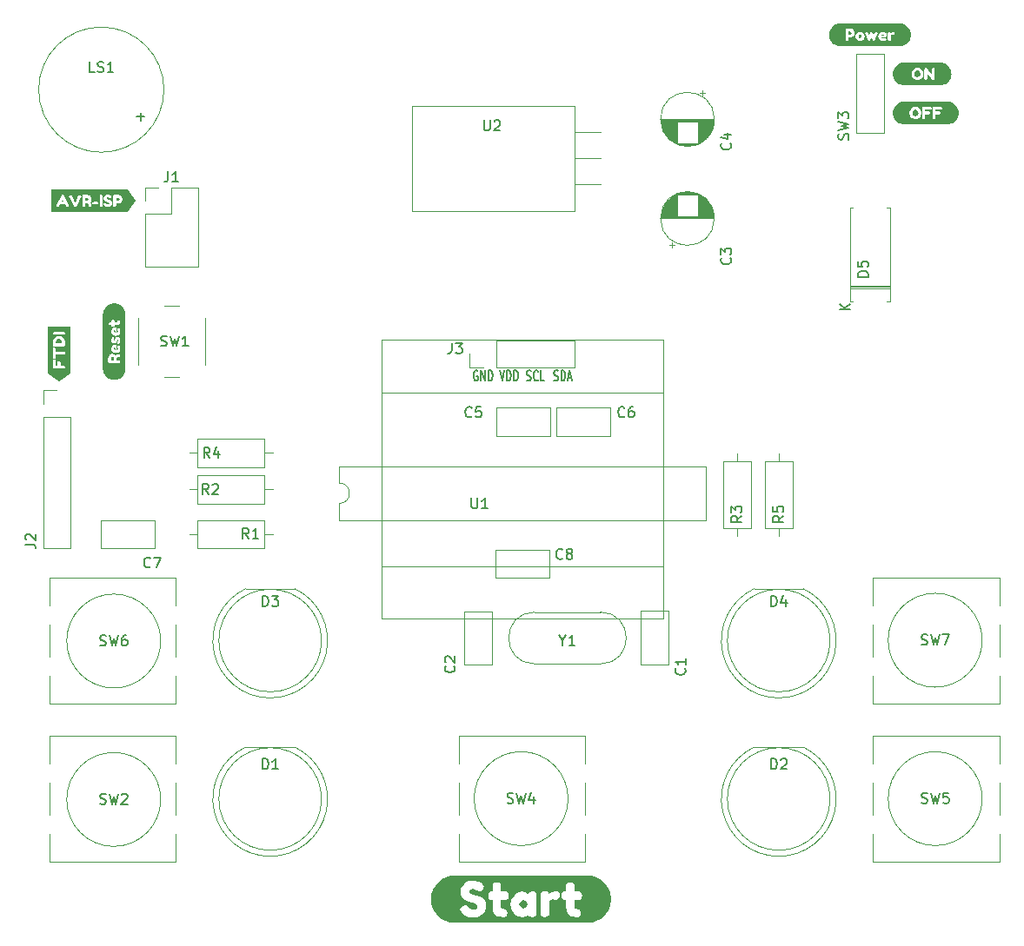
<source format=gbr>
%TF.GenerationSoftware,KiCad,Pcbnew,(5.99.0-12889-g70df3822b5)*%
%TF.CreationDate,2021-11-12T21:26:36+01:00*%
%TF.ProjectId,SimonSays,53696d6f-6e53-4617-9973-2e6b69636164,rev?*%
%TF.SameCoordinates,Original*%
%TF.FileFunction,Legend,Top*%
%TF.FilePolarity,Positive*%
%FSLAX46Y46*%
G04 Gerber Fmt 4.6, Leading zero omitted, Abs format (unit mm)*
G04 Created by KiCad (PCBNEW (5.99.0-12889-g70df3822b5)) date 2021-11-12 21:26:36*
%MOMM*%
%LPD*%
G01*
G04 APERTURE LIST*
%ADD10C,0.150000*%
%ADD11C,0.120000*%
G04 APERTURE END LIST*
D10*
%TO.C,D5*%
X128087380Y-66143095D02*
X127087380Y-66143095D01*
X127087380Y-65905000D01*
X127135000Y-65762142D01*
X127230238Y-65666904D01*
X127325476Y-65619285D01*
X127515952Y-65571666D01*
X127658809Y-65571666D01*
X127849285Y-65619285D01*
X127944523Y-65666904D01*
X128039761Y-65762142D01*
X128087380Y-65905000D01*
X128087380Y-66143095D01*
X127087380Y-64666904D02*
X127087380Y-65143095D01*
X127563571Y-65190714D01*
X127515952Y-65143095D01*
X127468333Y-65047857D01*
X127468333Y-64809761D01*
X127515952Y-64714523D01*
X127563571Y-64666904D01*
X127658809Y-64619285D01*
X127896904Y-64619285D01*
X127992142Y-64666904D01*
X128039761Y-64714523D01*
X128087380Y-64809761D01*
X128087380Y-65047857D01*
X128039761Y-65143095D01*
X127992142Y-65190714D01*
X126322380Y-69341904D02*
X125322380Y-69341904D01*
X126322380Y-68770476D02*
X125750952Y-69199047D01*
X125322380Y-68770476D02*
X125893809Y-69341904D01*
%TO.C,J1*%
X59909666Y-55865380D02*
X59909666Y-56579666D01*
X59862047Y-56722523D01*
X59766809Y-56817761D01*
X59623952Y-56865380D01*
X59528714Y-56865380D01*
X60909666Y-56865380D02*
X60338238Y-56865380D01*
X60623952Y-56865380D02*
X60623952Y-55865380D01*
X60528714Y-56008238D01*
X60433476Y-56103476D01*
X60338238Y-56151095D01*
%TO.C,U1*%
X89463095Y-87717380D02*
X89463095Y-88526904D01*
X89510714Y-88622142D01*
X89558333Y-88669761D01*
X89653571Y-88717380D01*
X89844047Y-88717380D01*
X89939285Y-88669761D01*
X89986904Y-88622142D01*
X90034523Y-88526904D01*
X90034523Y-87717380D01*
X91034523Y-88717380D02*
X90463095Y-88717380D01*
X90748809Y-88717380D02*
X90748809Y-87717380D01*
X90653571Y-87860238D01*
X90558333Y-87955476D01*
X90463095Y-88003095D01*
%TO.C,C3*%
X114657142Y-64301666D02*
X114704761Y-64349285D01*
X114752380Y-64492142D01*
X114752380Y-64587380D01*
X114704761Y-64730238D01*
X114609523Y-64825476D01*
X114514285Y-64873095D01*
X114323809Y-64920714D01*
X114180952Y-64920714D01*
X113990476Y-64873095D01*
X113895238Y-64825476D01*
X113800000Y-64730238D01*
X113752380Y-64587380D01*
X113752380Y-64492142D01*
X113800000Y-64349285D01*
X113847619Y-64301666D01*
X113752380Y-63968333D02*
X113752380Y-63349285D01*
X114133333Y-63682619D01*
X114133333Y-63539761D01*
X114180952Y-63444523D01*
X114228571Y-63396904D01*
X114323809Y-63349285D01*
X114561904Y-63349285D01*
X114657142Y-63396904D01*
X114704761Y-63444523D01*
X114752380Y-63539761D01*
X114752380Y-63825476D01*
X114704761Y-63920714D01*
X114657142Y-63968333D01*
%TO.C,LS1*%
X52757142Y-46172380D02*
X52280952Y-46172380D01*
X52280952Y-45172380D01*
X53042857Y-46124761D02*
X53185714Y-46172380D01*
X53423809Y-46172380D01*
X53519047Y-46124761D01*
X53566666Y-46077142D01*
X53614285Y-45981904D01*
X53614285Y-45886666D01*
X53566666Y-45791428D01*
X53519047Y-45743809D01*
X53423809Y-45696190D01*
X53233333Y-45648571D01*
X53138095Y-45600952D01*
X53090476Y-45553333D01*
X53042857Y-45458095D01*
X53042857Y-45362857D01*
X53090476Y-45267619D01*
X53138095Y-45220000D01*
X53233333Y-45172380D01*
X53471428Y-45172380D01*
X53614285Y-45220000D01*
X54566666Y-46172380D02*
X53995238Y-46172380D01*
X54280952Y-46172380D02*
X54280952Y-45172380D01*
X54185714Y-45315238D01*
X54090476Y-45410476D01*
X53995238Y-45458095D01*
X56829047Y-50511428D02*
X57590952Y-50511428D01*
X57210000Y-50892380D02*
X57210000Y-50130476D01*
%TO.C,D2*%
X118641904Y-114117380D02*
X118641904Y-113117380D01*
X118880000Y-113117380D01*
X119022857Y-113165000D01*
X119118095Y-113260238D01*
X119165714Y-113355476D01*
X119213333Y-113545952D01*
X119213333Y-113688809D01*
X119165714Y-113879285D01*
X119118095Y-113974523D01*
X119022857Y-114069761D01*
X118880000Y-114117380D01*
X118641904Y-114117380D01*
X119594285Y-113212619D02*
X119641904Y-113165000D01*
X119737142Y-113117380D01*
X119975238Y-113117380D01*
X120070476Y-113165000D01*
X120118095Y-113212619D01*
X120165714Y-113307857D01*
X120165714Y-113403095D01*
X120118095Y-113545952D01*
X119546666Y-114117380D01*
X120165714Y-114117380D01*
%TO.C,C8*%
X98317333Y-93568142D02*
X98269714Y-93615761D01*
X98126857Y-93663380D01*
X98031619Y-93663380D01*
X97888761Y-93615761D01*
X97793523Y-93520523D01*
X97745904Y-93425285D01*
X97698285Y-93234809D01*
X97698285Y-93091952D01*
X97745904Y-92901476D01*
X97793523Y-92806238D01*
X97888761Y-92711000D01*
X98031619Y-92663380D01*
X98126857Y-92663380D01*
X98269714Y-92711000D01*
X98317333Y-92758619D01*
X98888761Y-93091952D02*
X98793523Y-93044333D01*
X98745904Y-92996714D01*
X98698285Y-92901476D01*
X98698285Y-92853857D01*
X98745904Y-92758619D01*
X98793523Y-92711000D01*
X98888761Y-92663380D01*
X99079238Y-92663380D01*
X99174476Y-92711000D01*
X99222095Y-92758619D01*
X99269714Y-92853857D01*
X99269714Y-92901476D01*
X99222095Y-92996714D01*
X99174476Y-93044333D01*
X99079238Y-93091952D01*
X98888761Y-93091952D01*
X98793523Y-93139571D01*
X98745904Y-93187190D01*
X98698285Y-93282428D01*
X98698285Y-93472904D01*
X98745904Y-93568142D01*
X98793523Y-93615761D01*
X98888761Y-93663380D01*
X99079238Y-93663380D01*
X99174476Y-93615761D01*
X99222095Y-93568142D01*
X99269714Y-93472904D01*
X99269714Y-93282428D01*
X99222095Y-93187190D01*
X99174476Y-93139571D01*
X99079238Y-93091952D01*
%TO.C,D4*%
X118641904Y-98242380D02*
X118641904Y-97242380D01*
X118880000Y-97242380D01*
X119022857Y-97290000D01*
X119118095Y-97385238D01*
X119165714Y-97480476D01*
X119213333Y-97670952D01*
X119213333Y-97813809D01*
X119165714Y-98004285D01*
X119118095Y-98099523D01*
X119022857Y-98194761D01*
X118880000Y-98242380D01*
X118641904Y-98242380D01*
X120070476Y-97575714D02*
X120070476Y-98242380D01*
X119832380Y-97194761D02*
X119594285Y-97909047D01*
X120213333Y-97909047D01*
%TO.C,SW7*%
X133286666Y-101964761D02*
X133429523Y-102012380D01*
X133667619Y-102012380D01*
X133762857Y-101964761D01*
X133810476Y-101917142D01*
X133858095Y-101821904D01*
X133858095Y-101726666D01*
X133810476Y-101631428D01*
X133762857Y-101583809D01*
X133667619Y-101536190D01*
X133477142Y-101488571D01*
X133381904Y-101440952D01*
X133334285Y-101393333D01*
X133286666Y-101298095D01*
X133286666Y-101202857D01*
X133334285Y-101107619D01*
X133381904Y-101060000D01*
X133477142Y-101012380D01*
X133715238Y-101012380D01*
X133858095Y-101060000D01*
X134191428Y-101012380D02*
X134429523Y-102012380D01*
X134620000Y-101298095D01*
X134810476Y-102012380D01*
X135048571Y-101012380D01*
X135334285Y-101012380D02*
X136000952Y-101012380D01*
X135572380Y-102012380D01*
%TO.C,R2*%
X63841333Y-87320380D02*
X63508000Y-86844190D01*
X63269904Y-87320380D02*
X63269904Y-86320380D01*
X63650857Y-86320380D01*
X63746095Y-86368000D01*
X63793714Y-86415619D01*
X63841333Y-86510857D01*
X63841333Y-86653714D01*
X63793714Y-86748952D01*
X63746095Y-86796571D01*
X63650857Y-86844190D01*
X63269904Y-86844190D01*
X64222285Y-86415619D02*
X64269904Y-86368000D01*
X64365142Y-86320380D01*
X64603238Y-86320380D01*
X64698476Y-86368000D01*
X64746095Y-86415619D01*
X64793714Y-86510857D01*
X64793714Y-86606095D01*
X64746095Y-86748952D01*
X64174666Y-87320380D01*
X64793714Y-87320380D01*
%TO.C,SW2*%
X53276666Y-117484761D02*
X53419523Y-117532380D01*
X53657619Y-117532380D01*
X53752857Y-117484761D01*
X53800476Y-117437142D01*
X53848095Y-117341904D01*
X53848095Y-117246666D01*
X53800476Y-117151428D01*
X53752857Y-117103809D01*
X53657619Y-117056190D01*
X53467142Y-117008571D01*
X53371904Y-116960952D01*
X53324285Y-116913333D01*
X53276666Y-116818095D01*
X53276666Y-116722857D01*
X53324285Y-116627619D01*
X53371904Y-116580000D01*
X53467142Y-116532380D01*
X53705238Y-116532380D01*
X53848095Y-116580000D01*
X54181428Y-116532380D02*
X54419523Y-117532380D01*
X54610000Y-116818095D01*
X54800476Y-117532380D01*
X55038571Y-116532380D01*
X55371904Y-116627619D02*
X55419523Y-116580000D01*
X55514761Y-116532380D01*
X55752857Y-116532380D01*
X55848095Y-116580000D01*
X55895714Y-116627619D01*
X55943333Y-116722857D01*
X55943333Y-116818095D01*
X55895714Y-116960952D01*
X55324285Y-117532380D01*
X55943333Y-117532380D01*
%TO.C,C5*%
X89475333Y-79732142D02*
X89427714Y-79779761D01*
X89284857Y-79827380D01*
X89189619Y-79827380D01*
X89046761Y-79779761D01*
X88951523Y-79684523D01*
X88903904Y-79589285D01*
X88856285Y-79398809D01*
X88856285Y-79255952D01*
X88903904Y-79065476D01*
X88951523Y-78970238D01*
X89046761Y-78875000D01*
X89189619Y-78827380D01*
X89284857Y-78827380D01*
X89427714Y-78875000D01*
X89475333Y-78922619D01*
X90380095Y-78827380D02*
X89903904Y-78827380D01*
X89856285Y-79303571D01*
X89903904Y-79255952D01*
X89999142Y-79208333D01*
X90237238Y-79208333D01*
X90332476Y-79255952D01*
X90380095Y-79303571D01*
X90427714Y-79398809D01*
X90427714Y-79636904D01*
X90380095Y-79732142D01*
X90332476Y-79779761D01*
X90237238Y-79827380D01*
X89999142Y-79827380D01*
X89903904Y-79779761D01*
X89856285Y-79732142D01*
%TO.C,SW5*%
X133286666Y-117404761D02*
X133429523Y-117452380D01*
X133667619Y-117452380D01*
X133762857Y-117404761D01*
X133810476Y-117357142D01*
X133858095Y-117261904D01*
X133858095Y-117166666D01*
X133810476Y-117071428D01*
X133762857Y-117023809D01*
X133667619Y-116976190D01*
X133477142Y-116928571D01*
X133381904Y-116880952D01*
X133334285Y-116833333D01*
X133286666Y-116738095D01*
X133286666Y-116642857D01*
X133334285Y-116547619D01*
X133381904Y-116500000D01*
X133477142Y-116452380D01*
X133715238Y-116452380D01*
X133858095Y-116500000D01*
X134191428Y-116452380D02*
X134429523Y-117452380D01*
X134620000Y-116738095D01*
X134810476Y-117452380D01*
X135048571Y-116452380D01*
X135905714Y-116452380D02*
X135429523Y-116452380D01*
X135381904Y-116928571D01*
X135429523Y-116880952D01*
X135524761Y-116833333D01*
X135762857Y-116833333D01*
X135858095Y-116880952D01*
X135905714Y-116928571D01*
X135953333Y-117023809D01*
X135953333Y-117261904D01*
X135905714Y-117357142D01*
X135858095Y-117404761D01*
X135762857Y-117452380D01*
X135524761Y-117452380D01*
X135429523Y-117404761D01*
X135381904Y-117357142D01*
%TO.C,J2*%
X45984380Y-92208333D02*
X46698666Y-92208333D01*
X46841523Y-92255952D01*
X46936761Y-92351190D01*
X46984380Y-92494047D01*
X46984380Y-92589285D01*
X46079619Y-91779761D02*
X46032000Y-91732142D01*
X45984380Y-91636904D01*
X45984380Y-91398809D01*
X46032000Y-91303571D01*
X46079619Y-91255952D01*
X46174857Y-91208333D01*
X46270095Y-91208333D01*
X46412952Y-91255952D01*
X46984380Y-91827380D01*
X46984380Y-91208333D01*
%TO.C,C7*%
X58176333Y-94391142D02*
X58128714Y-94438761D01*
X57985857Y-94486380D01*
X57890619Y-94486380D01*
X57747761Y-94438761D01*
X57652523Y-94343523D01*
X57604904Y-94248285D01*
X57557285Y-94057809D01*
X57557285Y-93914952D01*
X57604904Y-93724476D01*
X57652523Y-93629238D01*
X57747761Y-93534000D01*
X57890619Y-93486380D01*
X57985857Y-93486380D01*
X58128714Y-93534000D01*
X58176333Y-93581619D01*
X58509666Y-93486380D02*
X59176333Y-93486380D01*
X58747761Y-94486380D01*
%TO.C,SW6*%
X53276666Y-102044761D02*
X53419523Y-102092380D01*
X53657619Y-102092380D01*
X53752857Y-102044761D01*
X53800476Y-101997142D01*
X53848095Y-101901904D01*
X53848095Y-101806666D01*
X53800476Y-101711428D01*
X53752857Y-101663809D01*
X53657619Y-101616190D01*
X53467142Y-101568571D01*
X53371904Y-101520952D01*
X53324285Y-101473333D01*
X53276666Y-101378095D01*
X53276666Y-101282857D01*
X53324285Y-101187619D01*
X53371904Y-101140000D01*
X53467142Y-101092380D01*
X53705238Y-101092380D01*
X53848095Y-101140000D01*
X54181428Y-101092380D02*
X54419523Y-102092380D01*
X54610000Y-101378095D01*
X54800476Y-102092380D01*
X55038571Y-101092380D01*
X55848095Y-101092380D02*
X55657619Y-101092380D01*
X55562380Y-101140000D01*
X55514761Y-101187619D01*
X55419523Y-101330476D01*
X55371904Y-101520952D01*
X55371904Y-101901904D01*
X55419523Y-101997142D01*
X55467142Y-102044761D01*
X55562380Y-102092380D01*
X55752857Y-102092380D01*
X55848095Y-102044761D01*
X55895714Y-101997142D01*
X55943333Y-101901904D01*
X55943333Y-101663809D01*
X55895714Y-101568571D01*
X55848095Y-101520952D01*
X55752857Y-101473333D01*
X55562380Y-101473333D01*
X55467142Y-101520952D01*
X55419523Y-101568571D01*
X55371904Y-101663809D01*
%TO.C,U2*%
X90678095Y-50887380D02*
X90678095Y-51696904D01*
X90725714Y-51792142D01*
X90773333Y-51839761D01*
X90868571Y-51887380D01*
X91059047Y-51887380D01*
X91154285Y-51839761D01*
X91201904Y-51792142D01*
X91249523Y-51696904D01*
X91249523Y-50887380D01*
X91678095Y-50982619D02*
X91725714Y-50935000D01*
X91820952Y-50887380D01*
X92059047Y-50887380D01*
X92154285Y-50935000D01*
X92201904Y-50982619D01*
X92249523Y-51077857D01*
X92249523Y-51173095D01*
X92201904Y-51315952D01*
X91630476Y-51887380D01*
X92249523Y-51887380D01*
%TO.C,SW4*%
X92956666Y-117404761D02*
X93099523Y-117452380D01*
X93337619Y-117452380D01*
X93432857Y-117404761D01*
X93480476Y-117357142D01*
X93528095Y-117261904D01*
X93528095Y-117166666D01*
X93480476Y-117071428D01*
X93432857Y-117023809D01*
X93337619Y-116976190D01*
X93147142Y-116928571D01*
X93051904Y-116880952D01*
X93004285Y-116833333D01*
X92956666Y-116738095D01*
X92956666Y-116642857D01*
X93004285Y-116547619D01*
X93051904Y-116500000D01*
X93147142Y-116452380D01*
X93385238Y-116452380D01*
X93528095Y-116500000D01*
X93861428Y-116452380D02*
X94099523Y-117452380D01*
X94290000Y-116738095D01*
X94480476Y-117452380D01*
X94718571Y-116452380D01*
X95528095Y-116785714D02*
X95528095Y-117452380D01*
X95290000Y-116404761D02*
X95051904Y-117119047D01*
X95670952Y-117119047D01*
%TO.C,R4*%
X63968334Y-83764380D02*
X63635001Y-83288190D01*
X63396905Y-83764380D02*
X63396905Y-82764380D01*
X63777858Y-82764380D01*
X63873096Y-82812000D01*
X63920715Y-82859619D01*
X63968334Y-82954857D01*
X63968334Y-83097714D01*
X63920715Y-83192952D01*
X63873096Y-83240571D01*
X63777858Y-83288190D01*
X63396905Y-83288190D01*
X64825477Y-83097714D02*
X64825477Y-83764380D01*
X64587381Y-82716761D02*
X64349286Y-83431047D01*
X64968334Y-83431047D01*
%TO.C,R5*%
X119832380Y-89447666D02*
X119356190Y-89781000D01*
X119832380Y-90019095D02*
X118832380Y-90019095D01*
X118832380Y-89638142D01*
X118880000Y-89542904D01*
X118927619Y-89495285D01*
X119022857Y-89447666D01*
X119165714Y-89447666D01*
X119260952Y-89495285D01*
X119308571Y-89542904D01*
X119356190Y-89638142D01*
X119356190Y-90019095D01*
X118832380Y-88542904D02*
X118832380Y-89019095D01*
X119308571Y-89066714D01*
X119260952Y-89019095D01*
X119213333Y-88923857D01*
X119213333Y-88685761D01*
X119260952Y-88590523D01*
X119308571Y-88542904D01*
X119403809Y-88495285D01*
X119641904Y-88495285D01*
X119737142Y-88542904D01*
X119784761Y-88590523D01*
X119832380Y-88685761D01*
X119832380Y-88923857D01*
X119784761Y-89019095D01*
X119737142Y-89066714D01*
%TO.C,D3*%
X69111904Y-98242380D02*
X69111904Y-97242380D01*
X69350000Y-97242380D01*
X69492857Y-97290000D01*
X69588095Y-97385238D01*
X69635714Y-97480476D01*
X69683333Y-97670952D01*
X69683333Y-97813809D01*
X69635714Y-98004285D01*
X69588095Y-98099523D01*
X69492857Y-98194761D01*
X69350000Y-98242380D01*
X69111904Y-98242380D01*
X70016666Y-97242380D02*
X70635714Y-97242380D01*
X70302380Y-97623333D01*
X70445238Y-97623333D01*
X70540476Y-97670952D01*
X70588095Y-97718571D01*
X70635714Y-97813809D01*
X70635714Y-98051904D01*
X70588095Y-98147142D01*
X70540476Y-98194761D01*
X70445238Y-98242380D01*
X70159523Y-98242380D01*
X70064285Y-98194761D01*
X70016666Y-98147142D01*
%TO.C,C2*%
X87757142Y-104066666D02*
X87804761Y-104114285D01*
X87852380Y-104257142D01*
X87852380Y-104352380D01*
X87804761Y-104495238D01*
X87709523Y-104590476D01*
X87614285Y-104638095D01*
X87423809Y-104685714D01*
X87280952Y-104685714D01*
X87090476Y-104638095D01*
X86995238Y-104590476D01*
X86900000Y-104495238D01*
X86852380Y-104352380D01*
X86852380Y-104257142D01*
X86900000Y-104114285D01*
X86947619Y-104066666D01*
X86947619Y-103685714D02*
X86900000Y-103638095D01*
X86852380Y-103542857D01*
X86852380Y-103304761D01*
X86900000Y-103209523D01*
X86947619Y-103161904D01*
X87042857Y-103114285D01*
X87138095Y-103114285D01*
X87280952Y-103161904D01*
X87852380Y-103733333D01*
X87852380Y-103114285D01*
%TO.C,C1*%
X110212142Y-104306666D02*
X110259761Y-104354285D01*
X110307380Y-104497142D01*
X110307380Y-104592380D01*
X110259761Y-104735238D01*
X110164523Y-104830476D01*
X110069285Y-104878095D01*
X109878809Y-104925714D01*
X109735952Y-104925714D01*
X109545476Y-104878095D01*
X109450238Y-104830476D01*
X109355000Y-104735238D01*
X109307380Y-104592380D01*
X109307380Y-104497142D01*
X109355000Y-104354285D01*
X109402619Y-104306666D01*
X110307380Y-103354285D02*
X110307380Y-103925714D01*
X110307380Y-103640000D02*
X109307380Y-103640000D01*
X109450238Y-103735238D01*
X109545476Y-103830476D01*
X109593095Y-103925714D01*
%TO.C,SW3*%
X126134761Y-52768334D02*
X126182380Y-52625477D01*
X126182380Y-52387381D01*
X126134761Y-52292143D01*
X126087142Y-52244524D01*
X125991904Y-52196905D01*
X125896666Y-52196905D01*
X125801428Y-52244524D01*
X125753809Y-52292143D01*
X125706190Y-52387381D01*
X125658571Y-52577858D01*
X125610952Y-52673096D01*
X125563333Y-52720715D01*
X125468095Y-52768334D01*
X125372857Y-52768334D01*
X125277619Y-52720715D01*
X125230000Y-52673096D01*
X125182380Y-52577858D01*
X125182380Y-52339762D01*
X125230000Y-52196905D01*
X125182380Y-51863572D02*
X126182380Y-51625477D01*
X125468095Y-51435001D01*
X126182380Y-51244524D01*
X125182380Y-51006429D01*
X125182380Y-50720715D02*
X125182380Y-50101667D01*
X125563333Y-50435001D01*
X125563333Y-50292143D01*
X125610952Y-50196905D01*
X125658571Y-50149286D01*
X125753809Y-50101667D01*
X125991904Y-50101667D01*
X126087142Y-50149286D01*
X126134761Y-50196905D01*
X126182380Y-50292143D01*
X126182380Y-50577858D01*
X126134761Y-50673096D01*
X126087142Y-50720715D01*
%TO.C,D1*%
X69111904Y-114117380D02*
X69111904Y-113117380D01*
X69350000Y-113117380D01*
X69492857Y-113165000D01*
X69588095Y-113260238D01*
X69635714Y-113355476D01*
X69683333Y-113545952D01*
X69683333Y-113688809D01*
X69635714Y-113879285D01*
X69588095Y-113974523D01*
X69492857Y-114069761D01*
X69350000Y-114117380D01*
X69111904Y-114117380D01*
X70635714Y-114117380D02*
X70064285Y-114117380D01*
X70350000Y-114117380D02*
X70350000Y-113117380D01*
X70254761Y-113260238D01*
X70159523Y-113355476D01*
X70064285Y-113403095D01*
%TO.C,C6*%
X104354333Y-79732142D02*
X104306714Y-79779761D01*
X104163857Y-79827380D01*
X104068619Y-79827380D01*
X103925761Y-79779761D01*
X103830523Y-79684523D01*
X103782904Y-79589285D01*
X103735285Y-79398809D01*
X103735285Y-79255952D01*
X103782904Y-79065476D01*
X103830523Y-78970238D01*
X103925761Y-78875000D01*
X104068619Y-78827380D01*
X104163857Y-78827380D01*
X104306714Y-78875000D01*
X104354333Y-78922619D01*
X105211476Y-78827380D02*
X105021000Y-78827380D01*
X104925761Y-78875000D01*
X104878142Y-78922619D01*
X104782904Y-79065476D01*
X104735285Y-79255952D01*
X104735285Y-79636904D01*
X104782904Y-79732142D01*
X104830523Y-79779761D01*
X104925761Y-79827380D01*
X105116238Y-79827380D01*
X105211476Y-79779761D01*
X105259095Y-79732142D01*
X105306714Y-79636904D01*
X105306714Y-79398809D01*
X105259095Y-79303571D01*
X105211476Y-79255952D01*
X105116238Y-79208333D01*
X104925761Y-79208333D01*
X104830523Y-79255952D01*
X104782904Y-79303571D01*
X104735285Y-79398809D01*
%TO.C,R3*%
X115768380Y-89447666D02*
X115292190Y-89781000D01*
X115768380Y-90019095D02*
X114768380Y-90019095D01*
X114768380Y-89638142D01*
X114816000Y-89542904D01*
X114863619Y-89495285D01*
X114958857Y-89447666D01*
X115101714Y-89447666D01*
X115196952Y-89495285D01*
X115244571Y-89542904D01*
X115292190Y-89638142D01*
X115292190Y-90019095D01*
X114768380Y-89114333D02*
X114768380Y-88495285D01*
X115149333Y-88828619D01*
X115149333Y-88685761D01*
X115196952Y-88590523D01*
X115244571Y-88542904D01*
X115339809Y-88495285D01*
X115577904Y-88495285D01*
X115673142Y-88542904D01*
X115720761Y-88590523D01*
X115768380Y-88685761D01*
X115768380Y-88971476D01*
X115720761Y-89066714D01*
X115673142Y-89114333D01*
%TO.C,Y1*%
X98329809Y-101576190D02*
X98329809Y-102052380D01*
X97996476Y-101052380D02*
X98329809Y-101576190D01*
X98663142Y-101052380D01*
X99520285Y-102052380D02*
X98948857Y-102052380D01*
X99234571Y-102052380D02*
X99234571Y-101052380D01*
X99139333Y-101195238D01*
X99044095Y-101290476D01*
X98948857Y-101338095D01*
%TO.C,R1*%
X67753333Y-91637380D02*
X67420000Y-91161190D01*
X67181904Y-91637380D02*
X67181904Y-90637380D01*
X67562857Y-90637380D01*
X67658095Y-90685000D01*
X67705714Y-90732619D01*
X67753333Y-90827857D01*
X67753333Y-90970714D01*
X67705714Y-91065952D01*
X67658095Y-91113571D01*
X67562857Y-91161190D01*
X67181904Y-91161190D01*
X68705714Y-91637380D02*
X68134285Y-91637380D01*
X68420000Y-91637380D02*
X68420000Y-90637380D01*
X68324761Y-90780238D01*
X68229523Y-90875476D01*
X68134285Y-90923095D01*
%TO.C,J3*%
X87550666Y-72604380D02*
X87550666Y-73318666D01*
X87503047Y-73461523D01*
X87407809Y-73556761D01*
X87264952Y-73604380D01*
X87169714Y-73604380D01*
X87931619Y-72604380D02*
X88550666Y-72604380D01*
X88217333Y-72985333D01*
X88360190Y-72985333D01*
X88455428Y-73032952D01*
X88503047Y-73080571D01*
X88550666Y-73175809D01*
X88550666Y-73413904D01*
X88503047Y-73509142D01*
X88455428Y-73556761D01*
X88360190Y-73604380D01*
X88074476Y-73604380D01*
X87979238Y-73556761D01*
X87931619Y-73509142D01*
X97487000Y-76223761D02*
X97587000Y-76271380D01*
X97753666Y-76271380D01*
X97820333Y-76223761D01*
X97853666Y-76176142D01*
X97887000Y-76080904D01*
X97887000Y-75985666D01*
X97853666Y-75890428D01*
X97820333Y-75842809D01*
X97753666Y-75795190D01*
X97620333Y-75747571D01*
X97553666Y-75699952D01*
X97520333Y-75652333D01*
X97487000Y-75557095D01*
X97487000Y-75461857D01*
X97520333Y-75366619D01*
X97553666Y-75319000D01*
X97620333Y-75271380D01*
X97787000Y-75271380D01*
X97887000Y-75319000D01*
X98187000Y-76271380D02*
X98187000Y-75271380D01*
X98353666Y-75271380D01*
X98453666Y-75319000D01*
X98520333Y-75414238D01*
X98553666Y-75509476D01*
X98587000Y-75699952D01*
X98587000Y-75842809D01*
X98553666Y-76033285D01*
X98520333Y-76128523D01*
X98453666Y-76223761D01*
X98353666Y-76271380D01*
X98187000Y-76271380D01*
X98853666Y-75985666D02*
X99187000Y-75985666D01*
X98787000Y-76271380D02*
X99020333Y-75271380D01*
X99253666Y-76271380D01*
X90056666Y-75319000D02*
X89990000Y-75271380D01*
X89890000Y-75271380D01*
X89790000Y-75319000D01*
X89723333Y-75414238D01*
X89690000Y-75509476D01*
X89656666Y-75699952D01*
X89656666Y-75842809D01*
X89690000Y-76033285D01*
X89723333Y-76128523D01*
X89790000Y-76223761D01*
X89890000Y-76271380D01*
X89956666Y-76271380D01*
X90056666Y-76223761D01*
X90090000Y-76176142D01*
X90090000Y-75842809D01*
X89956666Y-75842809D01*
X90390000Y-76271380D02*
X90390000Y-75271380D01*
X90790000Y-76271380D01*
X90790000Y-75271380D01*
X91123333Y-76271380D02*
X91123333Y-75271380D01*
X91290000Y-75271380D01*
X91390000Y-75319000D01*
X91456666Y-75414238D01*
X91490000Y-75509476D01*
X91523333Y-75699952D01*
X91523333Y-75842809D01*
X91490000Y-76033285D01*
X91456666Y-76128523D01*
X91390000Y-76223761D01*
X91290000Y-76271380D01*
X91123333Y-76271380D01*
X94836666Y-76223761D02*
X94936666Y-76271380D01*
X95103333Y-76271380D01*
X95170000Y-76223761D01*
X95203333Y-76176142D01*
X95236666Y-76080904D01*
X95236666Y-75985666D01*
X95203333Y-75890428D01*
X95170000Y-75842809D01*
X95103333Y-75795190D01*
X94970000Y-75747571D01*
X94903333Y-75699952D01*
X94870000Y-75652333D01*
X94836666Y-75557095D01*
X94836666Y-75461857D01*
X94870000Y-75366619D01*
X94903333Y-75319000D01*
X94970000Y-75271380D01*
X95136666Y-75271380D01*
X95236666Y-75319000D01*
X95936666Y-76176142D02*
X95903333Y-76223761D01*
X95803333Y-76271380D01*
X95736666Y-76271380D01*
X95636666Y-76223761D01*
X95570000Y-76128523D01*
X95536666Y-76033285D01*
X95503333Y-75842809D01*
X95503333Y-75699952D01*
X95536666Y-75509476D01*
X95570000Y-75414238D01*
X95636666Y-75319000D01*
X95736666Y-75271380D01*
X95803333Y-75271380D01*
X95903333Y-75319000D01*
X95936666Y-75366619D01*
X96570000Y-76271380D02*
X96236666Y-76271380D01*
X96236666Y-75271380D01*
X92196666Y-75271380D02*
X92430000Y-76271380D01*
X92663333Y-75271380D01*
X92896666Y-76271380D02*
X92896666Y-75271380D01*
X93063333Y-75271380D01*
X93163333Y-75319000D01*
X93230000Y-75414238D01*
X93263333Y-75509476D01*
X93296666Y-75699952D01*
X93296666Y-75842809D01*
X93263333Y-76033285D01*
X93230000Y-76128523D01*
X93163333Y-76223761D01*
X93063333Y-76271380D01*
X92896666Y-76271380D01*
X93596666Y-76271380D02*
X93596666Y-75271380D01*
X93763333Y-75271380D01*
X93863333Y-75319000D01*
X93930000Y-75414238D01*
X93963333Y-75509476D01*
X93996666Y-75699952D01*
X93996666Y-75842809D01*
X93963333Y-76033285D01*
X93930000Y-76128523D01*
X93863333Y-76223761D01*
X93763333Y-76271380D01*
X93596666Y-76271380D01*
%TO.C,C4*%
X114657142Y-53125666D02*
X114704761Y-53173285D01*
X114752380Y-53316142D01*
X114752380Y-53411380D01*
X114704761Y-53554238D01*
X114609523Y-53649476D01*
X114514285Y-53697095D01*
X114323809Y-53744714D01*
X114180952Y-53744714D01*
X113990476Y-53697095D01*
X113895238Y-53649476D01*
X113800000Y-53554238D01*
X113752380Y-53411380D01*
X113752380Y-53316142D01*
X113800000Y-53173285D01*
X113847619Y-53125666D01*
X114085714Y-52268523D02*
X114752380Y-52268523D01*
X113704761Y-52506619D02*
X114419047Y-52744714D01*
X114419047Y-52125666D01*
%TO.C,SW1*%
X59204666Y-72848761D02*
X59347523Y-72896380D01*
X59585619Y-72896380D01*
X59680857Y-72848761D01*
X59728476Y-72801142D01*
X59776095Y-72705904D01*
X59776095Y-72610666D01*
X59728476Y-72515428D01*
X59680857Y-72467809D01*
X59585619Y-72420190D01*
X59395142Y-72372571D01*
X59299904Y-72324952D01*
X59252285Y-72277333D01*
X59204666Y-72182095D01*
X59204666Y-72086857D01*
X59252285Y-71991619D01*
X59299904Y-71944000D01*
X59395142Y-71896380D01*
X59633238Y-71896380D01*
X59776095Y-71944000D01*
X60109428Y-71896380D02*
X60347523Y-72896380D01*
X60538000Y-72182095D01*
X60728476Y-72896380D01*
X60966571Y-71896380D01*
X61871333Y-72896380D02*
X61299904Y-72896380D01*
X61585619Y-72896380D02*
X61585619Y-71896380D01*
X61490380Y-72039238D01*
X61395142Y-72134476D01*
X61299904Y-72182095D01*
%TO.C,kibuzzard-6160B392*%
G36*
X132801717Y-49869328D02*
G01*
X132898356Y-49934812D01*
X132949068Y-49999371D01*
X132979495Y-50076629D01*
X132989638Y-50166588D01*
X132979584Y-50256369D01*
X132949421Y-50333099D01*
X132899150Y-50396775D01*
X132803106Y-50461069D01*
X132695950Y-50482500D01*
X132588596Y-50460473D01*
X132491956Y-50394394D01*
X132441245Y-50329747D01*
X132410818Y-50253283D01*
X132400675Y-50165000D01*
X132410729Y-50076717D01*
X132440892Y-50000253D01*
X132491163Y-49935606D01*
X132587206Y-49869527D01*
X132694363Y-49847500D01*
X132801717Y-49869328D01*
G37*
G36*
X135914639Y-49059233D02*
G01*
X136022499Y-49075232D01*
X136128271Y-49101727D01*
X136230937Y-49138461D01*
X136329508Y-49185082D01*
X136423034Y-49241139D01*
X136510616Y-49306094D01*
X136591409Y-49379321D01*
X136664636Y-49460114D01*
X136729591Y-49547696D01*
X136785649Y-49641223D01*
X136832269Y-49739794D01*
X136869004Y-49842460D01*
X136895498Y-49948232D01*
X136911498Y-50056091D01*
X136916848Y-50165000D01*
X136911498Y-50273909D01*
X136895498Y-50381768D01*
X136869004Y-50487540D01*
X136832269Y-50590206D01*
X136785649Y-50688777D01*
X136729591Y-50782304D01*
X136664636Y-50869886D01*
X136591409Y-50950679D01*
X136510616Y-51023906D01*
X136423034Y-51088861D01*
X136329508Y-51144918D01*
X136230937Y-51191539D01*
X136128271Y-51228273D01*
X136022499Y-51254768D01*
X135914639Y-51270767D01*
X135805730Y-51276118D01*
X131607058Y-51276118D01*
X131498149Y-51270767D01*
X131390289Y-51254768D01*
X131284517Y-51228273D01*
X131181851Y-51191539D01*
X131083280Y-51144918D01*
X130989754Y-51088861D01*
X130902172Y-51023906D01*
X130821379Y-50950679D01*
X130748152Y-50869886D01*
X130683197Y-50782304D01*
X130627139Y-50688777D01*
X130580519Y-50590206D01*
X130543784Y-50487540D01*
X130517290Y-50381768D01*
X130501290Y-50273909D01*
X130496330Y-50172938D01*
X132119688Y-50172938D01*
X132130255Y-50289420D01*
X132161955Y-50397569D01*
X132214789Y-50497383D01*
X132288756Y-50588863D01*
X132377805Y-50665261D01*
X132475883Y-50719831D01*
X132582990Y-50752573D01*
X132699125Y-50763488D01*
X132815013Y-50752425D01*
X132921375Y-50719236D01*
X133018213Y-50663921D01*
X133086731Y-50603150D01*
X133373813Y-50603150D01*
X133383338Y-50684113D01*
X133425406Y-50729356D01*
X133513513Y-50744438D01*
X133595269Y-50733722D01*
X133637338Y-50701575D01*
X133652419Y-50660300D01*
X133654800Y-50604738D01*
X133654800Y-50603150D01*
X134385050Y-50603150D01*
X134394575Y-50684113D01*
X134436644Y-50729356D01*
X134524750Y-50744438D01*
X134606507Y-50733722D01*
X134648575Y-50701575D01*
X134663657Y-50660300D01*
X134666038Y-50604738D01*
X134666038Y-50304700D01*
X134977188Y-50304700D01*
X135058150Y-50296763D01*
X135103394Y-50253503D01*
X135118475Y-50165000D01*
X135108157Y-50082847D01*
X135077200Y-50039587D01*
X135035132Y-50024506D01*
X134978775Y-50022125D01*
X134666038Y-50022125D01*
X134666038Y-49861787D01*
X135151813Y-49861787D01*
X135208169Y-49859406D01*
X135250238Y-49845119D01*
X135283575Y-49803050D01*
X135293100Y-49722087D01*
X135283575Y-49641125D01*
X135251032Y-49598262D01*
X135209757Y-49583181D01*
X135154988Y-49580800D01*
X134529513Y-49580800D01*
X134415213Y-49610169D01*
X134385050Y-49720500D01*
X134385050Y-50603150D01*
X133654800Y-50603150D01*
X133654800Y-50304700D01*
X133965950Y-50304700D01*
X134046913Y-50296763D01*
X134092157Y-50253503D01*
X134107238Y-50165000D01*
X134096919Y-50082847D01*
X134065963Y-50039587D01*
X134023894Y-50024506D01*
X133967538Y-50022125D01*
X133654800Y-50022125D01*
X133654800Y-49861787D01*
X134140575Y-49861787D01*
X134196932Y-49859406D01*
X134239000Y-49845119D01*
X134272338Y-49803050D01*
X134281863Y-49722087D01*
X134272338Y-49641125D01*
X134239794Y-49598262D01*
X134198519Y-49583181D01*
X134143750Y-49580800D01*
X133518275Y-49580800D01*
X133403975Y-49610169D01*
X133373813Y-49720500D01*
X133373813Y-50603150D01*
X133086731Y-50603150D01*
X133105525Y-50586481D01*
X133177756Y-50493315D01*
X133229350Y-50390822D01*
X133260306Y-50279002D01*
X133270625Y-50157856D01*
X133259810Y-50037157D01*
X133227366Y-49926677D01*
X133173292Y-49826416D01*
X133097588Y-49736375D01*
X133007199Y-49662060D01*
X132909072Y-49608978D01*
X132803206Y-49577129D01*
X132689600Y-49566512D01*
X132581650Y-49577625D01*
X132476875Y-49610962D01*
X132379641Y-49663747D01*
X132294313Y-49733200D01*
X132222875Y-49820314D01*
X132167313Y-49926081D01*
X132131594Y-50045342D01*
X132119688Y-50172938D01*
X130496330Y-50172938D01*
X130495940Y-50165000D01*
X130501290Y-50056091D01*
X130517290Y-49948232D01*
X130543784Y-49842460D01*
X130580519Y-49739794D01*
X130627139Y-49641223D01*
X130683197Y-49547696D01*
X130748152Y-49460114D01*
X130821379Y-49379321D01*
X130902172Y-49306094D01*
X130989754Y-49241139D01*
X131083280Y-49185082D01*
X131181851Y-49138461D01*
X131284517Y-49101727D01*
X131390289Y-49075232D01*
X131498149Y-49059233D01*
X131607058Y-49053882D01*
X135805730Y-49053882D01*
X135914639Y-49059233D01*
G37*
%TO.C,kibuzzard-61609E2B*%
G36*
X49736413Y-58828806D02*
G01*
X49525275Y-58828806D01*
X49630050Y-58611319D01*
X49736413Y-58828806D01*
G37*
G36*
X55141850Y-58464475D02*
G01*
X55187888Y-58570044D01*
X55141850Y-58674819D01*
X55048188Y-58709744D01*
X54848163Y-58709744D01*
X54848163Y-58428756D01*
X55046600Y-58428756D01*
X55141850Y-58464475D01*
G37*
G36*
X48534808Y-57616089D02*
G01*
X55979918Y-57616089D01*
X56721192Y-58728000D01*
X55979918Y-59839911D01*
X48534808Y-59839911D01*
X48534808Y-59197106D01*
X49047438Y-59197106D01*
X49070457Y-59251081D01*
X49139513Y-59298706D01*
X49224444Y-59325694D01*
X49275244Y-59310613D01*
X49303819Y-59281244D01*
X49328425Y-59235206D01*
X49410975Y-59063756D01*
X49850713Y-59063756D01*
X49933263Y-59235206D01*
X49957869Y-59282831D01*
X49986444Y-59312994D01*
X50037244Y-59327281D01*
X50122175Y-59300294D01*
X50191232Y-59251478D01*
X50214250Y-59197106D01*
X50187263Y-59116144D01*
X49776305Y-58266831D01*
X50261875Y-58266831D01*
X50285688Y-58343031D01*
X50723838Y-59232031D01*
X50777019Y-59288388D01*
X50852425Y-59309819D01*
X50868300Y-59309819D01*
X50942119Y-59288388D01*
X50995300Y-59232031D01*
X51026596Y-59168531D01*
X51544575Y-59168531D01*
X51554100Y-59251081D01*
X51596169Y-59295134D01*
X51684275Y-59309819D01*
X51766032Y-59299103D01*
X51808100Y-59266956D01*
X51823182Y-59224888D01*
X51825563Y-59170119D01*
X51825563Y-58990731D01*
X52025588Y-58990731D01*
X52074800Y-58987556D01*
X52136536Y-59133783D01*
X52177811Y-59229562D01*
X52198625Y-59274894D01*
X52227994Y-59305850D01*
X52278794Y-59320931D01*
X52360550Y-59298706D01*
X52434369Y-59252669D01*
X52458975Y-59197106D01*
X52451190Y-59170119D01*
X53233675Y-59170119D01*
X53243200Y-59251081D01*
X53285269Y-59296325D01*
X53373375Y-59311406D01*
X53455132Y-59300691D01*
X53497200Y-59268544D01*
X53512282Y-59227269D01*
X53514663Y-59171706D01*
X53514663Y-59056613D01*
X53617850Y-59056613D01*
X53659125Y-59147894D01*
X53673413Y-59165356D01*
X53719450Y-59213775D01*
X53790888Y-59263781D01*
X53898838Y-59309025D01*
X53967497Y-59322717D01*
X54040125Y-59327281D01*
X54135552Y-59317933D01*
X54227098Y-59289887D01*
X54314763Y-59243144D01*
X54375088Y-59191352D01*
X54390692Y-59168531D01*
X54567175Y-59168531D01*
X54576700Y-59251081D01*
X54618769Y-59295134D01*
X54706875Y-59309819D01*
X54788632Y-59299103D01*
X54830700Y-59266956D01*
X54845782Y-59224888D01*
X54848163Y-59170119D01*
X54848163Y-58990731D01*
X55046600Y-58990731D01*
X55139734Y-58979442D01*
X55230750Y-58945576D01*
X55319650Y-58889131D01*
X55378785Y-58831386D01*
X55426013Y-58756575D01*
X55456969Y-58668270D01*
X55467288Y-58570044D01*
X55456969Y-58471619D01*
X55426013Y-58382719D01*
X55378785Y-58307312D01*
X55319650Y-58249369D01*
X55230927Y-58192924D01*
X55140439Y-58159058D01*
X55048188Y-58147769D01*
X54708463Y-58147769D01*
X54626707Y-58158484D01*
X54584638Y-58190631D01*
X54569557Y-58232700D01*
X54567175Y-58287469D01*
X54567175Y-59168531D01*
X54390692Y-59168531D01*
X54422713Y-59121700D01*
X54453669Y-59036967D01*
X54463988Y-58939931D01*
X54453868Y-58844880D01*
X54423507Y-58766100D01*
X54378064Y-58705973D01*
X54322700Y-58666881D01*
X54259597Y-58640489D01*
X54190938Y-58618462D01*
X54122278Y-58601198D01*
X54059175Y-58589094D01*
X53958369Y-58552581D01*
X53917888Y-58481937D01*
X53952019Y-58413675D01*
X54037744Y-58389069D01*
X54122675Y-58409706D01*
X54147282Y-58430344D01*
X54165538Y-58446219D01*
X54248088Y-58477969D01*
X54304444Y-58458125D01*
X54359213Y-58398594D01*
X54397313Y-58311281D01*
X54348100Y-58233494D01*
X54308413Y-58203331D01*
X54199669Y-58153325D01*
X54116921Y-58134870D01*
X54025838Y-58128719D01*
X53914625Y-58140272D01*
X53820168Y-58174933D01*
X53742469Y-58232700D01*
X53684702Y-58305990D01*
X53650041Y-58387217D01*
X53638488Y-58476381D01*
X53648608Y-58570639D01*
X53678969Y-58650212D01*
X53724411Y-58712720D01*
X53779775Y-58755781D01*
X53842482Y-58786936D01*
X53909950Y-58813725D01*
X53977419Y-58834958D01*
X54040125Y-58849444D01*
X54140932Y-58885163D01*
X54181413Y-58946281D01*
X54165009Y-59013309D01*
X54115796Y-59053526D01*
X54033775Y-59066931D01*
X53957575Y-59042325D01*
X53894075Y-58990731D01*
X53823432Y-58931200D01*
X53770250Y-58911356D01*
X53686113Y-58949456D01*
X53634916Y-59009583D01*
X53617850Y-59056613D01*
X53514663Y-59056613D01*
X53514663Y-58289056D01*
X53506725Y-58206506D01*
X53463466Y-58162453D01*
X53374963Y-58147769D01*
X53293207Y-58158484D01*
X53251138Y-58190631D01*
X53236057Y-58232700D01*
X53233675Y-58287469D01*
X53233675Y-59170119D01*
X52451190Y-59170119D01*
X52435163Y-59114556D01*
X52390713Y-59013485D01*
X52369169Y-58963744D01*
X52522475Y-58963744D01*
X52530413Y-59036769D01*
X52565735Y-59077250D01*
X52636775Y-59090744D01*
X53014600Y-59090744D01*
X53093975Y-59076456D01*
X53121757Y-59037563D01*
X53130488Y-58965331D01*
X53120963Y-58892306D01*
X53086832Y-58853016D01*
X53016188Y-58839919D01*
X52638363Y-58839919D01*
X52562163Y-58854206D01*
X52532000Y-58892306D01*
X52522475Y-58963744D01*
X52369169Y-58963744D01*
X52354730Y-58930406D01*
X52327213Y-58865319D01*
X52393359Y-58781005D01*
X52433046Y-58682580D01*
X52446275Y-58570044D01*
X52435957Y-58471619D01*
X52405000Y-58382719D01*
X52358169Y-58307312D01*
X52300225Y-58249369D01*
X52211502Y-58192924D01*
X52121014Y-58159058D01*
X52028763Y-58147769D01*
X51685863Y-58147769D01*
X51604107Y-58158484D01*
X51562038Y-58190631D01*
X51546957Y-58232700D01*
X51544575Y-58287469D01*
X51544575Y-59168531D01*
X51026596Y-59168531D01*
X51433450Y-58343031D01*
X51457263Y-58266831D01*
X51433847Y-58213650D01*
X51363600Y-58165231D01*
X51269938Y-58138244D01*
X51200088Y-58181106D01*
X51177863Y-58228731D01*
X50860363Y-58924056D01*
X50843099Y-58887345D01*
X50804007Y-58802613D01*
X50752413Y-58690495D01*
X50697644Y-58571631D01*
X50643074Y-58452767D01*
X50592075Y-58340650D01*
X50552189Y-58253337D01*
X50530957Y-58208887D01*
X50504763Y-58166819D01*
X50477775Y-58144594D01*
X50435707Y-58138244D01*
X50355538Y-58165231D01*
X50285291Y-58213650D01*
X50261875Y-58266831D01*
X49776305Y-58266831D01*
X49758638Y-58230319D01*
X49706250Y-58168406D01*
X49631638Y-58147769D01*
X49556232Y-58169994D01*
X49503050Y-58228731D01*
X49074425Y-59116144D01*
X49047438Y-59197106D01*
X48534808Y-59197106D01*
X48534808Y-57616089D01*
G37*
G36*
X52120838Y-58464475D02*
G01*
X52166875Y-58570044D01*
X52120838Y-58674819D01*
X52028763Y-58709744D01*
X51825563Y-58709744D01*
X51825563Y-58428756D01*
X52025588Y-58428756D01*
X52120838Y-58464475D01*
G37*
D11*
%TO.C,D5*%
X126630000Y-68570000D02*
X126300000Y-68570000D01*
X126300000Y-66995000D02*
X130240000Y-66995000D01*
X129910000Y-68570000D02*
X130240000Y-68570000D01*
X130240000Y-59430000D02*
X129910000Y-59430000D01*
X126300000Y-67235000D02*
X130240000Y-67235000D01*
X126300000Y-67115000D02*
X130240000Y-67115000D01*
X126300000Y-68570000D02*
X126300000Y-59430000D01*
X130240000Y-68570000D02*
X130240000Y-59430000D01*
X126300000Y-59430000D02*
X126630000Y-59430000D01*
%TO.C,kibuzzard-6160B38A*%
G36*
X135201851Y-45249233D02*
G01*
X135309711Y-45265232D01*
X135415483Y-45291727D01*
X135518149Y-45328461D01*
X135616720Y-45375082D01*
X135710247Y-45431139D01*
X135797828Y-45496094D01*
X135878622Y-45569321D01*
X135951848Y-45650114D01*
X136016803Y-45737696D01*
X136072861Y-45831223D01*
X136119482Y-45929794D01*
X136156216Y-46032460D01*
X136182711Y-46138232D01*
X136198710Y-46246091D01*
X136204060Y-46355000D01*
X136198710Y-46463909D01*
X136182711Y-46571768D01*
X136156216Y-46677540D01*
X136119482Y-46780206D01*
X136072861Y-46878777D01*
X136016803Y-46972304D01*
X135951848Y-47059886D01*
X135878622Y-47140679D01*
X135797828Y-47213906D01*
X135710247Y-47278861D01*
X135616720Y-47334918D01*
X135518149Y-47381539D01*
X135415483Y-47418273D01*
X135309711Y-47444768D01*
X135201851Y-47460767D01*
X135092943Y-47466118D01*
X131607057Y-47466118D01*
X131498149Y-47460767D01*
X131390289Y-47444768D01*
X131284517Y-47418273D01*
X131181851Y-47381539D01*
X131083280Y-47334918D01*
X130989753Y-47278861D01*
X130902172Y-47213906D01*
X130821378Y-47140679D01*
X130748152Y-47059886D01*
X130683197Y-46972304D01*
X130627139Y-46878777D01*
X130580518Y-46780206D01*
X130543784Y-46677540D01*
X130517289Y-46571768D01*
X130501290Y-46463909D01*
X130496330Y-46362938D01*
X132310188Y-46362938D01*
X132320754Y-46479420D01*
X132352455Y-46587569D01*
X132405289Y-46687383D01*
X132479256Y-46778863D01*
X132568305Y-46855261D01*
X132666383Y-46909831D01*
X132773489Y-46942573D01*
X132889625Y-46953488D01*
X133005513Y-46942425D01*
X133111875Y-46909236D01*
X133208713Y-46853921D01*
X133277231Y-46793150D01*
X133564313Y-46793150D01*
X133566694Y-46848713D01*
X133581775Y-46891575D01*
X133623050Y-46923722D01*
X133702425Y-46934438D01*
X133784181Y-46923722D01*
X133826250Y-46891575D01*
X133841331Y-46850300D01*
X133843713Y-46794738D01*
X133843713Y-46272450D01*
X133888074Y-46330306D01*
X133946018Y-46406506D01*
X134017544Y-46501050D01*
X134102651Y-46613939D01*
X134201341Y-46745172D01*
X134313613Y-46894750D01*
X134353300Y-46924913D01*
X134439025Y-46934438D01*
X134520781Y-46923722D01*
X134562850Y-46891575D01*
X134577931Y-46850300D01*
X134580313Y-46794738D01*
X134580313Y-45913675D01*
X134570788Y-45832712D01*
X134550944Y-45799375D01*
X134509669Y-45780325D01*
X134436644Y-45772387D01*
X134361238Y-45781912D01*
X134315994Y-45819219D01*
X134300913Y-45907325D01*
X134300913Y-46443900D01*
X134257168Y-46386618D01*
X134201076Y-46312137D01*
X134132638Y-46220459D01*
X134051851Y-46111583D01*
X133958718Y-45985509D01*
X133853238Y-45842237D01*
X133816725Y-45800962D01*
X133777831Y-45781119D01*
X133702425Y-45772387D01*
X133624638Y-45781912D01*
X133579394Y-45819219D01*
X133564313Y-45907325D01*
X133564313Y-46793150D01*
X133277231Y-46793150D01*
X133296025Y-46776481D01*
X133368256Y-46683315D01*
X133419850Y-46580822D01*
X133450806Y-46469002D01*
X133461125Y-46347856D01*
X133450310Y-46227157D01*
X133417866Y-46116677D01*
X133363791Y-46016416D01*
X133288088Y-45926375D01*
X133197699Y-45852060D01*
X133099572Y-45798978D01*
X132993705Y-45767129D01*
X132880100Y-45756512D01*
X132772150Y-45767625D01*
X132667375Y-45800962D01*
X132570141Y-45853747D01*
X132484813Y-45923200D01*
X132413375Y-46010314D01*
X132357813Y-46116081D01*
X132322094Y-46235342D01*
X132310188Y-46362938D01*
X130496330Y-46362938D01*
X130495940Y-46355000D01*
X130501290Y-46246091D01*
X130517289Y-46138232D01*
X130543784Y-46032460D01*
X130580518Y-45929794D01*
X130627139Y-45831223D01*
X130683197Y-45737696D01*
X130748152Y-45650114D01*
X130821378Y-45569321D01*
X130902172Y-45496094D01*
X130989753Y-45431139D01*
X131083280Y-45375082D01*
X131181851Y-45328461D01*
X131284517Y-45291727D01*
X131390289Y-45265232D01*
X131498149Y-45249233D01*
X131607057Y-45243882D01*
X135092943Y-45243882D01*
X135201851Y-45249233D01*
G37*
G36*
X132992217Y-46059328D02*
G01*
X133088856Y-46124812D01*
X133139568Y-46189371D01*
X133169995Y-46266629D01*
X133180138Y-46356588D01*
X133170083Y-46446369D01*
X133139921Y-46523099D01*
X133089650Y-46586775D01*
X132993606Y-46651069D01*
X132886450Y-46672500D01*
X132779095Y-46650473D01*
X132682456Y-46584394D01*
X132631744Y-46519747D01*
X132601317Y-46443283D01*
X132591175Y-46355000D01*
X132601229Y-46266717D01*
X132631392Y-46190253D01*
X132681663Y-46125606D01*
X132777706Y-46059527D01*
X132884863Y-46037500D01*
X132992217Y-46059328D01*
G37*
%TO.C,J1*%
X60243000Y-60013000D02*
X60243000Y-57413000D01*
X57643000Y-58743000D02*
X57643000Y-57413000D01*
X57643000Y-65153000D02*
X62843000Y-65153000D01*
X57643000Y-57413000D02*
X58973000Y-57413000D01*
X57643000Y-60013000D02*
X57643000Y-65153000D01*
X57643000Y-60013000D02*
X60243000Y-60013000D01*
X62843000Y-57413000D02*
X62843000Y-65153000D01*
X60243000Y-57413000D02*
X62843000Y-57413000D01*
%TO.C,U1*%
X76570000Y-89890000D02*
X112250000Y-89890000D01*
X76570000Y-84590000D02*
X76570000Y-86240000D01*
X112250000Y-84590000D02*
X76570000Y-84590000D01*
X76570000Y-88240000D02*
X76570000Y-89890000D01*
X112250000Y-89890000D02*
X112250000Y-84590000D01*
X76570000Y-88240000D02*
G75*
G03*
X76570000Y-86240000I0J1000000D01*
G01*
%TO.C,C3*%
X108200000Y-59254114D02*
X109450000Y-59254114D01*
X111530000Y-58654114D02*
X112354000Y-58654114D01*
X107917000Y-60255114D02*
X113063000Y-60255114D01*
X111530000Y-58214114D02*
X111809000Y-58214114D01*
X107912000Y-60335114D02*
X113068000Y-60335114D01*
X109047000Y-58294114D02*
X109450000Y-58294114D01*
X108791000Y-58494114D02*
X109450000Y-58494114D01*
X111530000Y-58694114D02*
X112391000Y-58694114D01*
X107962000Y-59935114D02*
X109450000Y-59935114D01*
X109239000Y-58174114D02*
X109450000Y-58174114D01*
X108395000Y-58934114D02*
X109450000Y-58934114D01*
X111530000Y-58294114D02*
X111933000Y-58294114D01*
X111530000Y-58334114D02*
X111990000Y-58334114D01*
X108341000Y-59014114D02*
X109450000Y-59014114D01*
X111530000Y-59334114D02*
X112819000Y-59334114D01*
X108266000Y-59134114D02*
X109450000Y-59134114D01*
X108010000Y-59734114D02*
X109450000Y-59734114D01*
X111530000Y-59895114D02*
X113010000Y-59895114D01*
X109575000Y-58014114D02*
X111405000Y-58014114D01*
X107921000Y-60215114D02*
X109450000Y-60215114D01*
X109479000Y-58054114D02*
X111501000Y-58054114D01*
X111530000Y-60095114D02*
X113046000Y-60095114D01*
X109015000Y-63259889D02*
X109015000Y-62759889D01*
X107910000Y-60455114D02*
X113070000Y-60455114D01*
X111530000Y-59174114D02*
X112737000Y-59174114D01*
X111530000Y-59815114D02*
X112991000Y-59815114D01*
X111530000Y-59574114D02*
X112918000Y-59574114D01*
X108022000Y-59694114D02*
X109450000Y-59694114D01*
X111530000Y-59654114D02*
X112945000Y-59654114D01*
X108486000Y-58814114D02*
X109450000Y-58814114D01*
X107925000Y-60175114D02*
X109450000Y-60175114D01*
X108747000Y-58534114D02*
X109450000Y-58534114D01*
X111530000Y-59855114D02*
X113001000Y-59855114D01*
X111530000Y-58374114D02*
X112044000Y-58374114D01*
X111530000Y-58414114D02*
X112095000Y-58414114D01*
X109171000Y-58214114D02*
X109450000Y-58214114D01*
X107999000Y-59775114D02*
X109450000Y-59775114D01*
X111530000Y-58894114D02*
X112555000Y-58894114D01*
X111530000Y-58174114D02*
X111741000Y-58174114D01*
X107914000Y-60295114D02*
X113066000Y-60295114D01*
X111530000Y-59094114D02*
X112690000Y-59094114D01*
X111530000Y-60135114D02*
X113051000Y-60135114D01*
X111530000Y-58934114D02*
X112585000Y-58934114D01*
X111530000Y-59494114D02*
X112888000Y-59494114D01*
X107929000Y-60135114D02*
X109450000Y-60135114D01*
X109813000Y-57934114D02*
X111167000Y-57934114D01*
X108108000Y-59454114D02*
X109450000Y-59454114D01*
X107947000Y-60015114D02*
X109450000Y-60015114D01*
X111530000Y-59935114D02*
X113018000Y-59935114D01*
X111530000Y-58454114D02*
X112143000Y-58454114D01*
X108222000Y-59214114D02*
X109450000Y-59214114D01*
X111530000Y-59374114D02*
X112838000Y-59374114D01*
X111530000Y-58614114D02*
X112316000Y-58614114D01*
X107954000Y-59975114D02*
X109450000Y-59975114D01*
X108553000Y-58734114D02*
X109450000Y-58734114D01*
X108142000Y-59374114D02*
X109450000Y-59374114D01*
X107970000Y-59895114D02*
X109450000Y-59895114D01*
X108048000Y-59614114D02*
X109450000Y-59614114D01*
X111530000Y-58854114D02*
X112525000Y-58854114D01*
X111530000Y-59775114D02*
X112981000Y-59775114D01*
X111530000Y-59054114D02*
X112665000Y-59054114D01*
X107934000Y-60095114D02*
X109450000Y-60095114D01*
X111530000Y-60215114D02*
X113059000Y-60215114D01*
X109685000Y-57974114D02*
X111295000Y-57974114D01*
X108062000Y-59574114D02*
X109450000Y-59574114D01*
X111530000Y-59975114D02*
X113026000Y-59975114D01*
X109972000Y-57894114D02*
X111008000Y-57894114D01*
X108125000Y-59414114D02*
X109450000Y-59414114D01*
X111530000Y-60055114D02*
X113040000Y-60055114D01*
X108076000Y-59534114D02*
X109450000Y-59534114D01*
X111530000Y-59294114D02*
X112800000Y-59294114D01*
X111530000Y-58814114D02*
X112494000Y-58814114D01*
X111530000Y-59414114D02*
X112855000Y-59414114D01*
X111530000Y-58574114D02*
X112275000Y-58574114D01*
X111530000Y-59214114D02*
X112758000Y-59214114D01*
X111530000Y-58734114D02*
X112427000Y-58734114D01*
X107940000Y-60055114D02*
X109450000Y-60055114D01*
X108589000Y-58694114D02*
X109450000Y-58694114D01*
X111530000Y-58494114D02*
X112189000Y-58494114D01*
X108368000Y-58974114D02*
X109450000Y-58974114D01*
X111530000Y-58254114D02*
X111873000Y-58254114D01*
X108455000Y-58854114D02*
X109450000Y-58854114D01*
X108180000Y-59294114D02*
X109450000Y-59294114D01*
X108092000Y-59494114D02*
X109450000Y-59494114D01*
X111530000Y-59694114D02*
X112958000Y-59694114D01*
X107910000Y-60415114D02*
X113070000Y-60415114D01*
X111530000Y-58974114D02*
X112612000Y-58974114D01*
X108936000Y-58374114D02*
X109450000Y-58374114D01*
X111530000Y-58774114D02*
X112461000Y-58774114D01*
X111530000Y-59534114D02*
X112904000Y-59534114D01*
X108519000Y-58774114D02*
X109450000Y-58774114D01*
X109392000Y-58094114D02*
X111588000Y-58094114D01*
X111530000Y-60175114D02*
X113055000Y-60175114D01*
X109312000Y-58134114D02*
X111668000Y-58134114D01*
X111530000Y-59134114D02*
X112714000Y-59134114D01*
X108035000Y-59654114D02*
X109450000Y-59654114D01*
X111530000Y-59734114D02*
X112970000Y-59734114D01*
X111530000Y-60015114D02*
X113033000Y-60015114D01*
X108664000Y-58614114D02*
X109450000Y-58614114D01*
X108290000Y-59094114D02*
X109450000Y-59094114D01*
X108161000Y-59334114D02*
X109450000Y-59334114D01*
X108315000Y-59054114D02*
X109450000Y-59054114D01*
X111530000Y-59454114D02*
X112872000Y-59454114D01*
X107911000Y-60375114D02*
X113069000Y-60375114D01*
X111530000Y-59614114D02*
X112932000Y-59614114D01*
X108990000Y-58334114D02*
X109450000Y-58334114D01*
X109107000Y-58254114D02*
X109450000Y-58254114D01*
X108705000Y-58574114D02*
X109450000Y-58574114D01*
X108626000Y-58654114D02*
X109450000Y-58654114D01*
X111530000Y-59254114D02*
X112780000Y-59254114D01*
X108425000Y-58894114D02*
X109450000Y-58894114D01*
X108885000Y-58414114D02*
X109450000Y-58414114D01*
X110206000Y-57854114D02*
X110774000Y-57854114D01*
X108837000Y-58454114D02*
X109450000Y-58454114D01*
X111530000Y-59014114D02*
X112639000Y-59014114D01*
X108765000Y-63009889D02*
X109265000Y-63009889D01*
X108243000Y-59174114D02*
X109450000Y-59174114D01*
X107989000Y-59815114D02*
X109450000Y-59815114D01*
X111530000Y-58534114D02*
X112233000Y-58534114D01*
X107979000Y-59855114D02*
X109450000Y-59855114D01*
X113110000Y-60455114D02*
G75*
G03*
X113110000Y-60455114I-2620000J0D01*
G01*
%TO.C,LS1*%
X59500000Y-47900000D02*
G75*
G03*
X59500000Y-47900000I-6100000J0D01*
G01*
%TO.C,D2*%
X121756000Y-111975000D02*
X117004000Y-111975000D01*
X117004184Y-111975000D02*
G75*
G03*
X119375259Y-122624998I2375816J-5060000D01*
G01*
X119384741Y-122624998D02*
G75*
G03*
X121755816Y-111975000I-4741J5589998D01*
G01*
X124380000Y-117035000D02*
G75*
G03*
X124380000Y-117035000I-5000000J0D01*
G01*
%TO.C,C8*%
X91780000Y-95470000D02*
X97020000Y-95470000D01*
X91780000Y-92730000D02*
X91780000Y-95470000D01*
X97020000Y-92730000D02*
X97020000Y-95470000D01*
X91780000Y-92730000D02*
X97020000Y-92730000D01*
%TO.C,D4*%
X121756000Y-96535000D02*
X117004000Y-96535000D01*
X119384741Y-107184998D02*
G75*
G03*
X121755816Y-96535000I-4741J5589998D01*
G01*
X117004184Y-96535000D02*
G75*
G03*
X119375259Y-107184998I2375816J-5060000D01*
G01*
X124380000Y-101595000D02*
G75*
G03*
X124380000Y-101595000I-5000000J0D01*
G01*
%TO.C,SW7*%
X140870000Y-105030000D02*
X140870000Y-107750000D01*
X128570000Y-107750000D02*
X128570000Y-105030000D01*
X140870000Y-107750000D02*
X128570000Y-107750000D01*
X140870000Y-100030000D02*
X140870000Y-103170000D01*
X128570000Y-95450000D02*
X140870000Y-95450000D01*
X140870000Y-95450000D02*
X140870000Y-98170000D01*
X128570000Y-98170000D02*
X128570000Y-95450000D01*
X128570000Y-103170000D02*
X128570000Y-100030000D01*
X139199050Y-101560000D02*
G75*
G03*
X139199050Y-101560000I-4579050J0D01*
G01*
%TO.C,R2*%
X69310000Y-85498000D02*
X62770000Y-85498000D01*
X69310000Y-88238000D02*
X69310000Y-85498000D01*
X62770000Y-88238000D02*
X69310000Y-88238000D01*
X62000000Y-86868000D02*
X62770000Y-86868000D01*
X62770000Y-85498000D02*
X62770000Y-88238000D01*
X70080000Y-86868000D02*
X69310000Y-86868000D01*
%TO.C,SW2*%
X48360000Y-110890000D02*
X60660000Y-110890000D01*
X60660000Y-123190000D02*
X48360000Y-123190000D01*
X48360000Y-118610000D02*
X48360000Y-115470000D01*
X60660000Y-115470000D02*
X60660000Y-118610000D01*
X60660000Y-120470000D02*
X60660000Y-123190000D01*
X60660000Y-110890000D02*
X60660000Y-113610000D01*
X48360000Y-123190000D02*
X48360000Y-120470000D01*
X48360000Y-113610000D02*
X48360000Y-110890000D01*
X59189050Y-117080000D02*
G75*
G03*
X59189050Y-117080000I-4579050J0D01*
G01*
%TO.C,C5*%
X97108000Y-81634000D02*
X91868000Y-81634000D01*
X97108000Y-78894000D02*
X91868000Y-78894000D01*
X91868000Y-81634000D02*
X91868000Y-78894000D01*
X97108000Y-81634000D02*
X97108000Y-78894000D01*
%TO.C,kibuzzard-61609E4D*%
G36*
X126463425Y-42269569D02*
G01*
X126509462Y-42375137D01*
X126463425Y-42479912D01*
X126369762Y-42514837D01*
X126169737Y-42514837D01*
X126169737Y-42233850D01*
X126368175Y-42233850D01*
X126463425Y-42269569D01*
G37*
G36*
X131272166Y-41445552D02*
G01*
X131379410Y-41461460D01*
X131484577Y-41487803D01*
X131586656Y-41524328D01*
X131684664Y-41570682D01*
X131777656Y-41626419D01*
X131864737Y-41691003D01*
X131945069Y-41763811D01*
X132017877Y-41844143D01*
X132082461Y-41931224D01*
X132138198Y-42024216D01*
X132184552Y-42122224D01*
X132221077Y-42224303D01*
X132247420Y-42329471D01*
X132263328Y-42436714D01*
X132268648Y-42545000D01*
X132263328Y-42653286D01*
X132247420Y-42760529D01*
X132221077Y-42865697D01*
X132184552Y-42967776D01*
X132138198Y-43065784D01*
X132082461Y-43158776D01*
X132017877Y-43245857D01*
X131945069Y-43326189D01*
X131864737Y-43398997D01*
X131777656Y-43463581D01*
X131684664Y-43519318D01*
X131586656Y-43565672D01*
X131484577Y-43602197D01*
X131379410Y-43628540D01*
X131272166Y-43644448D01*
X131163880Y-43649768D01*
X125376120Y-43649768D01*
X125267834Y-43644448D01*
X125160590Y-43628540D01*
X125055423Y-43602197D01*
X124953343Y-43565672D01*
X124855336Y-43519318D01*
X124762344Y-43463581D01*
X124675263Y-43398997D01*
X124594931Y-43326189D01*
X124522123Y-43245857D01*
X124457539Y-43158776D01*
X124401802Y-43065784D01*
X124358214Y-42973625D01*
X125888750Y-42973625D01*
X125898275Y-43056175D01*
X125940344Y-43100228D01*
X126028450Y-43114913D01*
X126110206Y-43104197D01*
X126152275Y-43072050D01*
X126167356Y-43029981D01*
X126169737Y-42975213D01*
X126169737Y-42795825D01*
X126368175Y-42795825D01*
X126461308Y-42784536D01*
X126552325Y-42750669D01*
X126633723Y-42698988D01*
X126868237Y-42698988D01*
X126885105Y-42819439D01*
X126935706Y-42926794D01*
X127010914Y-43015297D01*
X127101600Y-43079194D01*
X127201612Y-43117889D01*
X127304800Y-43130788D01*
X127407789Y-43118683D01*
X127507206Y-43082369D01*
X127597495Y-43020456D01*
X127673100Y-42931556D01*
X127724297Y-42821820D01*
X127741362Y-42697400D01*
X127726722Y-42577897D01*
X127682801Y-42473386D01*
X127615441Y-42391012D01*
X127804862Y-42391012D01*
X127820737Y-42452925D01*
X128060450Y-43037125D01*
X128104900Y-43093481D01*
X128187450Y-43121263D01*
X128274762Y-43083163D01*
X128300162Y-43049825D01*
X128313656Y-43023631D01*
X128324769Y-42995056D01*
X128364456Y-42887106D01*
X128391642Y-42812692D01*
X128411287Y-42762488D01*
X128457678Y-42885960D01*
X128488899Y-42968510D01*
X128504950Y-43010138D01*
X128517650Y-43037125D01*
X128562894Y-43093481D01*
X128633537Y-43121263D01*
X128693862Y-43110150D01*
X128741487Y-43071256D01*
X128773237Y-43011725D01*
X128900296Y-42702163D01*
X129079625Y-42702163D01*
X129090737Y-42804644D01*
X129124075Y-42900424D01*
X129179637Y-42989500D01*
X129240558Y-43049627D01*
X129321719Y-43096656D01*
X129419548Y-43127017D01*
X129530475Y-43137138D01*
X129678410Y-43128307D01*
X129784078Y-43101816D01*
X129847479Y-43057663D01*
X129859928Y-43021250D01*
X130013075Y-43021250D01*
X130041650Y-43089513D01*
X130151187Y-43116500D01*
X130232150Y-43106181D01*
X130275012Y-43075225D01*
X130290094Y-43033156D01*
X130292475Y-42978388D01*
X130292475Y-42645013D01*
X130329781Y-42571988D01*
X130409950Y-42541825D01*
X130479006Y-42554525D01*
X130533775Y-42567225D01*
X130621087Y-42506900D01*
X130651250Y-42395775D01*
X130631406Y-42321956D01*
X130581400Y-42289412D01*
X130525837Y-42275919D01*
X130463131Y-42271950D01*
X130376612Y-42298937D01*
X130312319Y-42341800D01*
X130289300Y-42368787D01*
X130271837Y-42316400D01*
X130230166Y-42289016D01*
X130152775Y-42279887D01*
X130071019Y-42290603D01*
X130028950Y-42322750D01*
X130015456Y-42363231D01*
X130013075Y-42418000D01*
X130013075Y-43021250D01*
X129859928Y-43021250D01*
X129868612Y-42995850D01*
X129847975Y-42922825D01*
X129760662Y-42851388D01*
X129697162Y-42868850D01*
X129679700Y-42875200D01*
X129617391Y-42889488D01*
X129535237Y-42894250D01*
X129430462Y-42864088D01*
X129378075Y-42789475D01*
X129754312Y-42789475D01*
X129861469Y-42742644D01*
X129897783Y-42683113D01*
X129909887Y-42598181D01*
X129896394Y-42504320D01*
X129855912Y-42418000D01*
X129796977Y-42349936D01*
X129723356Y-42301319D01*
X129635052Y-42272148D01*
X129532062Y-42262425D01*
X129410090Y-42275742D01*
X129302404Y-42315694D01*
X129209006Y-42382281D01*
X129137128Y-42471093D01*
X129094001Y-42577720D01*
X129079625Y-42702163D01*
X128900296Y-42702163D01*
X128947862Y-42586275D01*
X128990725Y-42482294D01*
X129016125Y-42395775D01*
X128990725Y-42335847D01*
X128914525Y-42286237D01*
X128851025Y-42270362D01*
X128784350Y-42295762D01*
X128736725Y-42371962D01*
X128639887Y-42635488D01*
X128623131Y-42593154D01*
X128591910Y-42508487D01*
X128546225Y-42381487D01*
X128533525Y-42354500D01*
X128486694Y-42303700D01*
X128404937Y-42278300D01*
X128311275Y-42324337D01*
X128276350Y-42379900D01*
X128182687Y-42637075D01*
X128132064Y-42499492D01*
X128094493Y-42400008D01*
X128069975Y-42338625D01*
X128057275Y-42310844D01*
X128029494Y-42283856D01*
X127977900Y-42270362D01*
X127895350Y-42291000D01*
X127827484Y-42334259D01*
X127804862Y-42391012D01*
X127615441Y-42391012D01*
X127609600Y-42383869D01*
X127517349Y-42315518D01*
X127416278Y-42274508D01*
X127306387Y-42260837D01*
X127196321Y-42274596D01*
X127094721Y-42315871D01*
X127001587Y-42384662D01*
X126927504Y-42474621D01*
X126883054Y-42579396D01*
X126868237Y-42698988D01*
X126633723Y-42698988D01*
X126641225Y-42694225D01*
X126700359Y-42636480D01*
X126747587Y-42561669D01*
X126778544Y-42473364D01*
X126788862Y-42375137D01*
X126778544Y-42276712D01*
X126747587Y-42187812D01*
X126700359Y-42112406D01*
X126641225Y-42054462D01*
X126552501Y-41998018D01*
X126462014Y-41964151D01*
X126369762Y-41952862D01*
X126030037Y-41952862D01*
X125948281Y-41963578D01*
X125906212Y-41995725D01*
X125891131Y-42037794D01*
X125888750Y-42092562D01*
X125888750Y-42973625D01*
X124358214Y-42973625D01*
X124355448Y-42967776D01*
X124318923Y-42865697D01*
X124292580Y-42760529D01*
X124276672Y-42653286D01*
X124271352Y-42545000D01*
X124276672Y-42436714D01*
X124292580Y-42329471D01*
X124318923Y-42224303D01*
X124355448Y-42122224D01*
X124401802Y-42024216D01*
X124457539Y-41931224D01*
X124522123Y-41844143D01*
X124594931Y-41763811D01*
X124675263Y-41691003D01*
X124762344Y-41626419D01*
X124855336Y-41570682D01*
X124953343Y-41524328D01*
X125055423Y-41487803D01*
X125160590Y-41461460D01*
X125267834Y-41445552D01*
X125376120Y-41440232D01*
X131163880Y-41440232D01*
X131272166Y-41445552D01*
G37*
G36*
X127411162Y-42578338D02*
G01*
X127448072Y-42626359D01*
X127460375Y-42694225D01*
X127447278Y-42762488D01*
X127407987Y-42811700D01*
X127303212Y-42851388D01*
X127200025Y-42812494D01*
X127161925Y-42764075D01*
X127149225Y-42696606D01*
X127161528Y-42628939D01*
X127198437Y-42579925D01*
X127304800Y-42540237D01*
X127411162Y-42578338D01*
G37*
G36*
X129607469Y-42535475D02*
G01*
X129635250Y-42594213D01*
X129574925Y-42645013D01*
X129374900Y-42645013D01*
X129425700Y-42555319D01*
X129528094Y-42513250D01*
X129607469Y-42535475D01*
G37*
%TO.C,SW5*%
X128570000Y-123190000D02*
X128570000Y-120470000D01*
X140870000Y-115470000D02*
X140870000Y-118610000D01*
X128570000Y-118610000D02*
X128570000Y-115470000D01*
X140870000Y-120470000D02*
X140870000Y-123190000D01*
X128570000Y-113610000D02*
X128570000Y-110890000D01*
X128570000Y-110890000D02*
X140870000Y-110890000D01*
X140870000Y-110890000D02*
X140870000Y-113610000D01*
X140870000Y-123190000D02*
X128570000Y-123190000D01*
X139199050Y-117000000D02*
G75*
G03*
X139199050Y-117000000I-4579050J0D01*
G01*
%TO.C,J2*%
X50402000Y-79810000D02*
X50402000Y-92570000D01*
X47742000Y-79810000D02*
X50402000Y-79810000D01*
X47742000Y-79810000D02*
X47742000Y-92570000D01*
X47742000Y-77210000D02*
X49072000Y-77210000D01*
X47742000Y-92570000D02*
X50402000Y-92570000D01*
X47742000Y-78540000D02*
X47742000Y-77210000D01*
%TO.C,C7*%
X53330000Y-92610000D02*
X53330000Y-89870000D01*
X58570000Y-92610000D02*
X53330000Y-92610000D01*
X58570000Y-89870000D02*
X53330000Y-89870000D01*
X58570000Y-92610000D02*
X58570000Y-89870000D01*
%TO.C,SW6*%
X48360000Y-103170000D02*
X48360000Y-100030000D01*
X60660000Y-95450000D02*
X60660000Y-98170000D01*
X48360000Y-107750000D02*
X48360000Y-105030000D01*
X48360000Y-98170000D02*
X48360000Y-95450000D01*
X60660000Y-105030000D02*
X60660000Y-107750000D01*
X60660000Y-107750000D02*
X48360000Y-107750000D01*
X60660000Y-100030000D02*
X60660000Y-103170000D01*
X48360000Y-95450000D02*
X60660000Y-95450000D01*
X59189050Y-101640000D02*
G75*
G03*
X59189050Y-101640000I-4579050J0D01*
G01*
%TO.C,U2*%
X99520000Y-59730000D02*
X99520000Y-49490000D01*
X83630000Y-59730000D02*
X99520000Y-59730000D01*
X99520000Y-57150000D02*
X102060000Y-57150000D01*
X99520000Y-54610000D02*
X102060000Y-54610000D01*
X99520000Y-52070000D02*
X102060000Y-52070000D01*
X83630000Y-49490000D02*
X99520000Y-49490000D01*
X83630000Y-59730000D02*
X83630000Y-49490000D01*
%TO.C,SW4*%
X100540000Y-115470000D02*
X100540000Y-118610000D01*
X100540000Y-123190000D02*
X88240000Y-123190000D01*
X88240000Y-123190000D02*
X88240000Y-120470000D01*
X88240000Y-118610000D02*
X88240000Y-115470000D01*
X100540000Y-120470000D02*
X100540000Y-123190000D01*
X100540000Y-110890000D02*
X100540000Y-113610000D01*
X88240000Y-110890000D02*
X100540000Y-110890000D01*
X88240000Y-113610000D02*
X88240000Y-110890000D01*
X98869050Y-117000000D02*
G75*
G03*
X98869050Y-117000000I-4579050J0D01*
G01*
%TO.C,R4*%
X62770000Y-81942000D02*
X62770000Y-84682000D01*
X69310000Y-81942000D02*
X62770000Y-81942000D01*
X70080000Y-83312000D02*
X69310000Y-83312000D01*
X62770000Y-84682000D02*
X69310000Y-84682000D01*
X62000000Y-83312000D02*
X62770000Y-83312000D01*
X69310000Y-84682000D02*
X69310000Y-81942000D01*
%TO.C,R5*%
X120750000Y-84106000D02*
X118010000Y-84106000D01*
X118010000Y-84106000D02*
X118010000Y-90646000D01*
X120750000Y-90646000D02*
X120750000Y-84106000D01*
X118010000Y-90646000D02*
X120750000Y-90646000D01*
X119380000Y-91416000D02*
X119380000Y-90646000D01*
X119380000Y-83336000D02*
X119380000Y-84106000D01*
%TO.C,D3*%
X72226000Y-96535000D02*
X67474000Y-96535000D01*
X69854741Y-107184998D02*
G75*
G03*
X72225816Y-96535000I-4741J5589998D01*
G01*
X67474184Y-96535000D02*
G75*
G03*
X69845259Y-107184998I2375816J-5060000D01*
G01*
X74850000Y-101595000D02*
G75*
G03*
X74850000Y-101595000I-5000000J0D01*
G01*
%TO.C,C2*%
X88730000Y-98730000D02*
X88730000Y-103970000D01*
X91470000Y-98730000D02*
X91470000Y-103970000D01*
X91470000Y-98730000D02*
X88730000Y-98730000D01*
X91470000Y-103970000D02*
X88730000Y-103970000D01*
%TO.C,C1*%
X105936000Y-98726001D02*
X105936000Y-103966001D01*
X108676000Y-98726001D02*
X108676000Y-103966001D01*
X108676000Y-98726001D02*
X105936000Y-98726001D01*
X108676000Y-103966001D02*
X105936000Y-103966001D01*
%TO.C,SW3*%
X129600000Y-44375001D02*
X126940000Y-44375001D01*
X129600000Y-52125001D02*
X126940000Y-52125001D01*
X129600000Y-49515001D02*
X129600000Y-52125001D01*
X126940000Y-52125001D02*
X126940000Y-44375001D01*
X129600000Y-49515001D02*
X129600000Y-44375001D01*
%TO.C,D1*%
X72226000Y-111975000D02*
X67474000Y-111975000D01*
X69854741Y-122624998D02*
G75*
G03*
X72225816Y-111975000I-4741J5589998D01*
G01*
X67474184Y-111975000D02*
G75*
G03*
X69845259Y-122624998I2375816J-5060000D01*
G01*
X74850000Y-117035000D02*
G75*
G03*
X74850000Y-117035000I-5000000J0D01*
G01*
%TO.C,kibuzzard-61609DF8*%
G36*
X50371243Y-70997145D02*
G01*
X50371243Y-75592693D01*
X49276000Y-76322855D01*
X48180757Y-75592693D01*
X48180757Y-74935600D01*
X48694975Y-74935600D01*
X48724344Y-75049900D01*
X48834675Y-75080063D01*
X49717325Y-75080063D01*
X49798288Y-75070538D01*
X49843531Y-75028469D01*
X49858613Y-74940363D01*
X49847897Y-74858607D01*
X49815750Y-74816538D01*
X49774475Y-74801457D01*
X49718913Y-74799075D01*
X49418875Y-74799075D01*
X49418875Y-74487925D01*
X49410938Y-74406963D01*
X49367678Y-74361719D01*
X49279175Y-74346638D01*
X49197022Y-74356957D01*
X49153762Y-74387913D01*
X49138681Y-74429982D01*
X49136300Y-74486338D01*
X49136300Y-74799075D01*
X48975962Y-74799075D01*
X48975962Y-74313300D01*
X48973581Y-74256944D01*
X48959294Y-74214875D01*
X48917225Y-74181538D01*
X48836262Y-74172013D01*
X48755300Y-74181538D01*
X48712437Y-74214082D01*
X48697356Y-74255357D01*
X48694975Y-74310125D01*
X48694975Y-74935600D01*
X48180757Y-74935600D01*
X48180757Y-73992625D01*
X48693387Y-73992625D01*
X48707675Y-74073588D01*
X48741806Y-74100575D01*
X48807687Y-74108513D01*
X48874362Y-74100575D01*
X48911669Y-74068825D01*
X48923575Y-73994213D01*
X48923575Y-73689413D01*
X49720500Y-73689413D01*
X49775269Y-73687032D01*
X49816544Y-73672744D01*
X49849088Y-73631469D01*
X49858613Y-73552888D01*
X49849088Y-73473513D01*
X49816544Y-73431444D01*
X49776062Y-73417157D01*
X49722088Y-73414775D01*
X48923575Y-73414775D01*
X48923575Y-73111563D01*
X48909287Y-73030600D01*
X48875156Y-73003613D01*
X48809275Y-72995675D01*
X48742600Y-73003613D01*
X48705294Y-73035363D01*
X48693387Y-73109975D01*
X48693387Y-73992625D01*
X48180757Y-73992625D01*
X48180757Y-72767075D01*
X48693387Y-72767075D01*
X48704103Y-72848832D01*
X48736250Y-72890900D01*
X48777525Y-72905982D01*
X48833087Y-72908363D01*
X49715738Y-72908363D01*
X49817338Y-72889313D01*
X49847103Y-72847244D01*
X49857025Y-72768663D01*
X49857025Y-72478150D01*
X49846210Y-72361221D01*
X49813766Y-72253321D01*
X49759691Y-72154449D01*
X49683988Y-72064607D01*
X49593153Y-71989944D01*
X49493686Y-71936614D01*
X49385587Y-71904616D01*
X49268856Y-71893950D01*
X49152572Y-71904864D01*
X49045812Y-71937607D01*
X48948578Y-71992177D01*
X48860869Y-72068575D01*
X48788290Y-72159361D01*
X48736448Y-72257091D01*
X48705343Y-72361767D01*
X48694975Y-72473388D01*
X48693387Y-72767075D01*
X48180757Y-72767075D01*
X48180757Y-71649475D01*
X48694975Y-71649475D01*
X48705691Y-71731232D01*
X48737837Y-71773300D01*
X48779906Y-71788382D01*
X48834675Y-71790763D01*
X49717325Y-71790763D01*
X49798288Y-71781238D01*
X49843531Y-71739169D01*
X49858613Y-71651063D01*
X49847897Y-71569307D01*
X49815750Y-71527238D01*
X49774475Y-71512157D01*
X49718913Y-71509775D01*
X48836262Y-71509775D01*
X48753712Y-71517713D01*
X48709659Y-71560972D01*
X48694975Y-71649475D01*
X48180757Y-71649475D01*
X48180757Y-70997145D01*
X50371243Y-70997145D01*
G37*
G36*
X49395261Y-72197957D02*
G01*
X49491106Y-72267013D01*
X49554805Y-72364644D01*
X49576038Y-72473388D01*
X49576038Y-72627375D01*
X48975962Y-72627375D01*
X48975962Y-72474975D01*
X48997592Y-72362064D01*
X49062481Y-72264632D01*
X49159517Y-72197361D01*
X49277588Y-72174938D01*
X49395261Y-72197957D01*
G37*
%TO.C,C6*%
X97690000Y-81634000D02*
X102930000Y-81634000D01*
X97690000Y-78894000D02*
X102930000Y-78894000D01*
X97690000Y-78894000D02*
X97690000Y-81634000D01*
X102930000Y-78894000D02*
X102930000Y-81634000D01*
%TO.C,R3*%
X115316000Y-83336000D02*
X115316000Y-84106000D01*
X113946000Y-84106000D02*
X113946000Y-90646000D01*
X116686000Y-84106000D02*
X113946000Y-84106000D01*
X116686000Y-90646000D02*
X116686000Y-84106000D01*
X115316000Y-91416000D02*
X115316000Y-90646000D01*
X113946000Y-90646000D02*
X116686000Y-90646000D01*
%TO.C,Y1*%
X102006000Y-98821000D02*
X95606000Y-98821000D01*
X102006000Y-103871000D02*
X95606000Y-103871000D01*
X102006000Y-103871000D02*
G75*
G03*
X102006000Y-98821000I0J2525000D01*
G01*
X95606000Y-98821000D02*
G75*
G03*
X95606000Y-103871000I0J-2525000D01*
G01*
%TO.C,kibuzzard-61609DB8*%
G36*
X54760013Y-73082175D02*
G01*
X54760013Y-73282200D01*
X54670319Y-73231400D01*
X54628250Y-73129006D01*
X54650475Y-73049631D01*
X54709213Y-73021850D01*
X54760013Y-73082175D01*
G37*
G36*
X54594912Y-73979113D02*
G01*
X54629837Y-74071188D01*
X54629837Y-74274388D01*
X54348850Y-74274388D01*
X54348850Y-74074363D01*
X54384569Y-73979113D01*
X54490137Y-73933075D01*
X54594912Y-73979113D01*
G37*
G36*
X54760013Y-71396250D02*
G01*
X54760013Y-71596275D01*
X54670319Y-71545475D01*
X54628250Y-71443081D01*
X54650475Y-71363706D01*
X54709213Y-71335925D01*
X54760013Y-71396250D01*
G37*
G36*
X53560552Y-69711709D02*
G01*
X53576460Y-69604465D01*
X53602803Y-69499298D01*
X53639328Y-69397219D01*
X53685682Y-69299211D01*
X53741419Y-69206219D01*
X53806003Y-69119138D01*
X53878811Y-69038806D01*
X53959143Y-68965998D01*
X54046224Y-68901414D01*
X54139216Y-68845677D01*
X54237224Y-68799323D01*
X54339303Y-68762798D01*
X54444471Y-68736455D01*
X54551714Y-68720547D01*
X54660000Y-68715227D01*
X54768286Y-68720547D01*
X54875529Y-68736455D01*
X54980697Y-68762798D01*
X55082776Y-68799323D01*
X55180784Y-68845677D01*
X55273776Y-68901414D01*
X55360857Y-68965998D01*
X55441189Y-69038806D01*
X55513997Y-69119138D01*
X55578581Y-69206219D01*
X55634318Y-69299211D01*
X55680672Y-69397219D01*
X55717197Y-69499298D01*
X55743540Y-69604465D01*
X55759448Y-69711709D01*
X55764768Y-69819995D01*
X55764768Y-75068005D01*
X55759448Y-75176291D01*
X55743540Y-75283535D01*
X55717197Y-75388702D01*
X55680672Y-75490782D01*
X55634318Y-75588789D01*
X55578581Y-75681781D01*
X55513997Y-75768862D01*
X55441189Y-75849194D01*
X55360857Y-75922002D01*
X55273776Y-75986586D01*
X55180784Y-76042323D01*
X55082776Y-76088677D01*
X54980697Y-76125202D01*
X54875529Y-76151545D01*
X54768286Y-76167453D01*
X54660000Y-76172773D01*
X54551714Y-76167453D01*
X54444471Y-76151545D01*
X54339303Y-76125202D01*
X54237224Y-76088677D01*
X54139216Y-76042323D01*
X54046224Y-75986586D01*
X53959143Y-75922002D01*
X53878811Y-75849194D01*
X53806003Y-75768862D01*
X53741419Y-75681781D01*
X53685682Y-75588789D01*
X53639328Y-75490782D01*
X53602803Y-75388702D01*
X53576460Y-75283535D01*
X53560552Y-75176291D01*
X53555232Y-75068005D01*
X53555232Y-74414088D01*
X54067862Y-74414088D01*
X54078578Y-74495844D01*
X54110725Y-74537913D01*
X54152794Y-74552994D01*
X54207562Y-74555375D01*
X55088625Y-74555375D01*
X55171175Y-74545850D01*
X55215228Y-74503781D01*
X55229913Y-74415675D01*
X55219197Y-74333919D01*
X55187050Y-74291850D01*
X55144981Y-74276769D01*
X55090213Y-74274388D01*
X54910825Y-74274388D01*
X54910825Y-74074363D01*
X54907650Y-74025150D01*
X55053876Y-73963414D01*
X55149656Y-73922139D01*
X55194988Y-73901325D01*
X55225944Y-73871956D01*
X55241025Y-73821156D01*
X55218800Y-73739400D01*
X55172763Y-73665581D01*
X55117200Y-73640975D01*
X55034650Y-73664788D01*
X54933579Y-73709238D01*
X54850500Y-73745221D01*
X54785413Y-73772738D01*
X54701099Y-73706592D01*
X54602674Y-73666904D01*
X54490137Y-73653675D01*
X54391712Y-73663994D01*
X54302812Y-73694950D01*
X54227406Y-73741781D01*
X54169462Y-73799725D01*
X54113018Y-73888449D01*
X54079151Y-73978936D01*
X54067862Y-74071188D01*
X54067862Y-74414088D01*
X53555232Y-74414088D01*
X53555232Y-73125038D01*
X54377425Y-73125038D01*
X54390742Y-73247010D01*
X54430694Y-73354696D01*
X54497281Y-73448094D01*
X54586093Y-73519972D01*
X54692720Y-73563099D01*
X54817163Y-73577475D01*
X54919644Y-73566363D01*
X55015424Y-73533025D01*
X55104500Y-73477463D01*
X55164627Y-73416542D01*
X55211656Y-73335381D01*
X55242017Y-73237552D01*
X55252138Y-73126625D01*
X55243307Y-72978690D01*
X55216816Y-72873022D01*
X55172663Y-72809621D01*
X55110850Y-72788488D01*
X55037825Y-72809125D01*
X54966388Y-72896438D01*
X54983850Y-72959938D01*
X54990200Y-72977400D01*
X55004488Y-73039709D01*
X55009250Y-73121863D01*
X54979088Y-73226638D01*
X54904475Y-73279025D01*
X54904475Y-72902788D01*
X54857644Y-72795631D01*
X54798113Y-72759317D01*
X54713181Y-72747213D01*
X54619320Y-72760706D01*
X54533000Y-72801188D01*
X54464936Y-72860123D01*
X54416319Y-72933744D01*
X54387148Y-73022048D01*
X54377425Y-73125038D01*
X53555232Y-73125038D01*
X53555232Y-72294775D01*
X54379012Y-72294775D01*
X54389045Y-72418791D01*
X54419144Y-72515247D01*
X54469309Y-72584145D01*
X54539540Y-72625483D01*
X54629837Y-72639263D01*
X54708220Y-72631722D01*
X54775094Y-72609100D01*
X54864788Y-72532900D01*
X54913603Y-72434078D01*
X54939400Y-72334463D01*
X54957656Y-72254691D01*
X54983850Y-72228100D01*
X55012425Y-72252309D01*
X55021950Y-72324938D01*
X54983056Y-72445588D01*
X54944163Y-72551156D01*
X54971150Y-72607513D01*
X55044572Y-72652756D01*
X55096563Y-72667838D01*
X55156888Y-72637675D01*
X55206276Y-72542160D01*
X55235910Y-72444000D01*
X55245788Y-72343194D01*
X55240319Y-72246797D01*
X55223915Y-72161866D01*
X55196575Y-72088400D01*
X55110056Y-72001881D01*
X55045961Y-71978664D01*
X54969563Y-71970925D01*
X54893958Y-71978664D01*
X54832244Y-72001881D01*
X54755250Y-72078875D01*
X54715563Y-72178888D01*
X54694925Y-72282075D01*
X54672303Y-72363038D01*
X54633012Y-72390025D01*
X54598087Y-72296363D01*
X54621900Y-72184444D01*
X54645712Y-72113800D01*
X54590150Y-72042363D01*
X54496487Y-72007438D01*
X54432987Y-72063000D01*
X54392506Y-72180475D01*
X54379012Y-72294775D01*
X53555232Y-72294775D01*
X53555232Y-71439113D01*
X54377425Y-71439113D01*
X54390742Y-71561085D01*
X54430694Y-71668771D01*
X54497281Y-71762169D01*
X54586093Y-71834047D01*
X54692720Y-71877174D01*
X54817163Y-71891550D01*
X54919644Y-71880438D01*
X55015424Y-71847100D01*
X55104500Y-71791538D01*
X55164627Y-71730617D01*
X55211656Y-71649456D01*
X55242017Y-71551627D01*
X55252138Y-71440700D01*
X55243307Y-71292765D01*
X55216816Y-71187097D01*
X55172663Y-71123696D01*
X55110850Y-71102563D01*
X55037825Y-71123200D01*
X54966388Y-71210513D01*
X54983850Y-71274013D01*
X54990200Y-71291475D01*
X55004488Y-71353784D01*
X55009250Y-71435938D01*
X54979088Y-71540713D01*
X54904475Y-71593100D01*
X54904475Y-71216863D01*
X54857644Y-71109706D01*
X54798113Y-71073392D01*
X54713181Y-71061288D01*
X54619320Y-71074781D01*
X54533000Y-71115263D01*
X54464936Y-71174198D01*
X54416319Y-71247819D01*
X54387148Y-71336123D01*
X54377425Y-71439113D01*
X53555232Y-71439113D01*
X53555232Y-70712038D01*
X54109137Y-70712038D01*
X54119059Y-70793397D01*
X54148825Y-70834275D01*
X54186925Y-70849356D01*
X54240900Y-70851738D01*
X54404412Y-70851738D01*
X54398062Y-70904125D01*
X54418700Y-70967625D01*
X54460769Y-70989850D01*
X54555225Y-70997788D01*
X54647300Y-70974769D01*
X54674288Y-70916825D01*
X54669525Y-70851738D01*
X54904475Y-70851738D01*
X55011543Y-70842213D01*
X55095681Y-70813638D01*
X55156888Y-70766013D01*
X55198339Y-70700043D01*
X55223210Y-70616435D01*
X55231500Y-70515188D01*
X55229119Y-70462006D01*
X55215625Y-70419938D01*
X55173953Y-70386600D01*
X55093388Y-70375488D01*
X54987025Y-70412000D01*
X54971944Y-70454069D01*
X54969563Y-70511219D01*
X54950513Y-70562019D01*
X54888600Y-70575513D01*
X54669525Y-70575513D01*
X54675875Y-70472325D01*
X54673494Y-70417556D01*
X54660000Y-70375488D01*
X54618328Y-70343341D01*
X54537762Y-70332625D01*
X54456403Y-70342944D01*
X54415525Y-70373900D01*
X54400444Y-70415969D01*
X54398062Y-70469944D01*
X54404412Y-70575513D01*
X54248837Y-70575513D01*
X54167875Y-70583450D01*
X54123822Y-70625916D01*
X54109137Y-70712038D01*
X53555232Y-70712038D01*
X53555232Y-69819995D01*
X53560552Y-69711709D01*
G37*
%TO.C,R1*%
X69310000Y-92610000D02*
X69310000Y-89870000D01*
X70080000Y-91240000D02*
X69310000Y-91240000D01*
X62770000Y-92610000D02*
X69310000Y-92610000D01*
X69310000Y-89870000D02*
X62770000Y-89870000D01*
X62770000Y-89870000D02*
X62770000Y-92610000D01*
X62000000Y-91240000D02*
X62770000Y-91240000D01*
%TO.C,J3*%
X80684000Y-72263000D02*
X108116000Y-72263000D01*
X108116000Y-99441000D02*
X108116000Y-72263000D01*
X91860000Y-72330000D02*
X99540000Y-72330000D01*
X90590000Y-74990000D02*
X89260000Y-74990000D01*
X99540000Y-74990000D02*
X99540000Y-72330000D01*
X91860000Y-74990000D02*
X99540000Y-74990000D01*
X80684000Y-77470000D02*
X108116000Y-77470000D01*
X91860000Y-74990000D02*
X91860000Y-72330000D01*
X108116000Y-99441000D02*
X80684000Y-99441000D01*
X80684000Y-99441000D02*
X80684000Y-72263000D01*
X89260000Y-74990000D02*
X89260000Y-73660000D01*
X80684000Y-94361000D02*
X108116000Y-94361000D01*
%TO.C,kibuzzard-6160B6E4*%
G36*
X87606066Y-129099348D02*
G01*
X87381781Y-129066079D01*
X87161837Y-129010986D01*
X86948352Y-128934600D01*
X86743383Y-128837656D01*
X86548902Y-128721089D01*
X86366783Y-128586021D01*
X86198781Y-128433752D01*
X86046512Y-128265749D01*
X85911444Y-128083631D01*
X85794876Y-127889150D01*
X85746013Y-127785838D01*
X88345163Y-127785838D01*
X88468988Y-128059681D01*
X88511850Y-128112069D01*
X88649963Y-128257325D01*
X88864275Y-128407344D01*
X89188125Y-128543075D01*
X89394103Y-128584152D01*
X89611988Y-128597844D01*
X89898267Y-128569798D01*
X90172904Y-128485660D01*
X90435900Y-128345431D01*
X90616875Y-128190055D01*
X90759750Y-127981100D01*
X90852619Y-127726902D01*
X90883575Y-127435794D01*
X90853214Y-127150639D01*
X90762132Y-126914300D01*
X90625805Y-126733920D01*
X90459713Y-126616644D01*
X90270403Y-126537467D01*
X90220302Y-126521394D01*
X91074075Y-126521394D01*
X91143132Y-126797619D01*
X91316963Y-126878581D01*
X91512225Y-126864294D01*
X91512225Y-127569144D01*
X91540800Y-127890348D01*
X91626525Y-128142760D01*
X91769400Y-128326381D01*
X91967309Y-128450735D01*
X92218134Y-128525348D01*
X92521875Y-128550219D01*
X92681419Y-128543075D01*
X92807625Y-128502594D01*
X92907638Y-128377578D01*
X92940975Y-128135881D01*
X92831438Y-127816794D01*
X92705232Y-127771550D01*
X92533782Y-127764406D01*
X92381382Y-127707256D01*
X92340900Y-127521519D01*
X92340900Y-127290538D01*
X93260063Y-127290538D01*
X93299221Y-127608831D01*
X93416696Y-127900138D01*
X93612488Y-128164456D01*
X93854052Y-128373477D01*
X94108846Y-128498890D01*
X94376869Y-128540694D01*
X94729889Y-128477591D01*
X94965038Y-128288281D01*
X95067432Y-128476400D01*
X95415094Y-128540694D01*
X95626430Y-128509738D01*
X95741325Y-128416869D01*
X95781807Y-128290663D01*
X95782946Y-128264469D01*
X96169950Y-128264469D01*
X96255675Y-128469256D01*
X96584288Y-128550219D01*
X96827175Y-128519263D01*
X96955763Y-128426394D01*
X97001007Y-128300188D01*
X97008150Y-128135881D01*
X97008150Y-127135756D01*
X97120069Y-126916681D01*
X97360575Y-126826194D01*
X97567744Y-126864294D01*
X97732050Y-126902394D01*
X97993988Y-126721419D01*
X98048280Y-126521394D01*
X98227350Y-126521394D01*
X98296407Y-126797619D01*
X98470238Y-126878581D01*
X98665500Y-126864294D01*
X98665500Y-127569144D01*
X98694075Y-127890348D01*
X98779800Y-128142760D01*
X98922675Y-128326381D01*
X99120584Y-128450735D01*
X99371409Y-128525348D01*
X99675150Y-128550219D01*
X99834694Y-128543075D01*
X99960900Y-128502594D01*
X100060913Y-128377578D01*
X100094250Y-128135881D01*
X99984713Y-127816794D01*
X99858507Y-127771550D01*
X99687057Y-127764406D01*
X99534657Y-127707256D01*
X99494175Y-127521519D01*
X99494175Y-126864294D01*
X99803738Y-126883344D01*
X99968044Y-126876200D01*
X100094250Y-126835719D01*
X100190691Y-126710703D01*
X100222838Y-126469006D01*
X100191882Y-126224928D01*
X100099013Y-126102294D01*
X99972807Y-126057050D01*
X99810882Y-126049906D01*
X99494175Y-126068956D01*
X99494175Y-125602231D01*
X99470363Y-125359344D01*
X99342966Y-125227184D01*
X99084600Y-125183131D01*
X98840522Y-125212897D01*
X98717888Y-125302194D01*
X98672644Y-125416494D01*
X98665500Y-125578419D01*
X98665500Y-126068956D01*
X98508338Y-126049906D01*
X98317838Y-126111819D01*
X98251163Y-126238025D01*
X98227350Y-126521394D01*
X98048280Y-126521394D01*
X98084475Y-126388044D01*
X98024944Y-126166587D01*
X97874925Y-126068956D01*
X97708238Y-126028475D01*
X97520119Y-126016569D01*
X97260563Y-126097531D01*
X97067682Y-126226119D01*
X96998625Y-126307081D01*
X96946238Y-126149919D01*
X96821222Y-126067766D01*
X96589050Y-126040381D01*
X96343782Y-126072528D01*
X96217575Y-126168969D01*
X96177094Y-126290412D01*
X96169950Y-126454719D01*
X96169950Y-128264469D01*
X95782946Y-128264469D01*
X95788950Y-128126356D01*
X95788950Y-126459481D01*
X95781807Y-126295175D01*
X95738944Y-126168969D01*
X95612738Y-126068956D01*
X95336513Y-126040381D01*
X95068622Y-126107056D01*
X94960275Y-126307081D01*
X94874550Y-126209450D01*
X94688813Y-126102294D01*
X94393538Y-126045144D01*
X94118636Y-126086683D01*
X93859079Y-126211302D01*
X93614869Y-126419000D01*
X93417754Y-126681996D01*
X93299486Y-126972508D01*
X93260063Y-127290538D01*
X92340900Y-127290538D01*
X92340900Y-126864294D01*
X92650463Y-126883344D01*
X92814769Y-126876200D01*
X92940975Y-126835719D01*
X93037416Y-126710703D01*
X93069563Y-126469006D01*
X93038607Y-126224928D01*
X92945738Y-126102294D01*
X92819532Y-126057050D01*
X92657607Y-126049906D01*
X92340900Y-126068956D01*
X92340900Y-125602231D01*
X92317088Y-125359344D01*
X92189691Y-125227184D01*
X91931325Y-125183131D01*
X91687247Y-125212897D01*
X91564613Y-125302194D01*
X91519369Y-125416494D01*
X91512225Y-125578419D01*
X91512225Y-126068956D01*
X91355063Y-126049906D01*
X91164563Y-126111819D01*
X91097888Y-126238025D01*
X91074075Y-126521394D01*
X90220302Y-126521394D01*
X90064425Y-126471387D01*
X89858447Y-126419595D01*
X89669138Y-126383281D01*
X89366719Y-126273744D01*
X89245275Y-126061812D01*
X89347669Y-125857025D01*
X89604844Y-125783206D01*
X89859638Y-125845119D01*
X89933457Y-125907031D01*
X89988225Y-125954656D01*
X90235875Y-126049906D01*
X90404944Y-125990375D01*
X90569250Y-125811781D01*
X90683550Y-125549844D01*
X90535913Y-125316481D01*
X90416850Y-125225994D01*
X90090619Y-125075975D01*
X89842374Y-125020611D01*
X89569125Y-125002156D01*
X89235486Y-125036817D01*
X88952117Y-125140798D01*
X88719019Y-125314100D01*
X88545717Y-125533969D01*
X88441736Y-125777650D01*
X88407075Y-126045144D01*
X88437436Y-126327917D01*
X88528519Y-126566637D01*
X88664846Y-126754161D01*
X88830938Y-126883344D01*
X89019057Y-126976808D01*
X89221463Y-127057175D01*
X89423869Y-127120873D01*
X89611988Y-127164331D01*
X89914407Y-127271488D01*
X90035850Y-127454844D01*
X89986638Y-127655927D01*
X89839000Y-127776577D01*
X89592938Y-127816794D01*
X89364338Y-127742975D01*
X89173838Y-127588194D01*
X88961907Y-127409600D01*
X88802363Y-127350069D01*
X88549950Y-127464369D01*
X88396360Y-127644748D01*
X88345163Y-127785838D01*
X85746013Y-127785838D01*
X85697933Y-127684180D01*
X85621547Y-127470695D01*
X85566454Y-127250751D01*
X85533184Y-127026466D01*
X85522059Y-126800000D01*
X85533184Y-126573534D01*
X85566454Y-126349249D01*
X85621547Y-126129305D01*
X85697933Y-125915820D01*
X85794876Y-125710850D01*
X85911444Y-125516369D01*
X86046512Y-125334251D01*
X86198781Y-125166248D01*
X86366783Y-125013979D01*
X86548902Y-124878911D01*
X86743383Y-124762344D01*
X86948352Y-124665400D01*
X87161837Y-124589014D01*
X87381781Y-124533921D01*
X87606066Y-124500652D01*
X87832533Y-124489526D01*
X100735468Y-124489526D01*
X100961934Y-124500652D01*
X101186219Y-124533921D01*
X101406163Y-124589014D01*
X101619648Y-124665401D01*
X101824618Y-124762344D01*
X102019098Y-124878911D01*
X102201217Y-125013980D01*
X102369219Y-125166248D01*
X102521488Y-125334251D01*
X102656556Y-125516370D01*
X102773124Y-125710850D01*
X102870067Y-125915820D01*
X102946453Y-126129305D01*
X103001546Y-126349249D01*
X103034816Y-126573534D01*
X103045941Y-126800000D01*
X103034816Y-127026466D01*
X103001546Y-127250751D01*
X102946453Y-127470695D01*
X102870067Y-127684180D01*
X102773124Y-127889150D01*
X102656556Y-128083630D01*
X102521488Y-128265749D01*
X102369219Y-128433752D01*
X102201217Y-128586020D01*
X102019098Y-128721089D01*
X101824618Y-128837656D01*
X101619648Y-128934599D01*
X101406163Y-129010986D01*
X101186219Y-129066079D01*
X100961934Y-129099348D01*
X100735468Y-129110474D01*
X87832533Y-129110474D01*
X87606066Y-129099348D01*
G37*
G36*
X94815019Y-127007169D02*
G01*
X94926938Y-127295300D01*
X94810257Y-127578669D01*
X94517363Y-127707256D01*
X94217325Y-127581050D01*
X94093500Y-127297681D01*
X94210182Y-127007169D01*
X94514982Y-126873819D01*
X94815019Y-127007169D01*
G37*
%TO.C,C4*%
X112958000Y-51541000D02*
X111530000Y-51541000D01*
X109450000Y-51460000D02*
X107999000Y-51460000D01*
X109450000Y-52741000D02*
X108791000Y-52741000D01*
X112981000Y-51460000D02*
X111530000Y-51460000D01*
X111741000Y-53061000D02*
X111530000Y-53061000D01*
X109450000Y-52901000D02*
X108990000Y-52901000D01*
X109450000Y-51661000D02*
X108062000Y-51661000D01*
X112143000Y-52781000D02*
X111530000Y-52781000D01*
X111990000Y-52901000D02*
X111530000Y-52901000D01*
X113059000Y-51020000D02*
X111530000Y-51020000D01*
X111405000Y-53221000D02*
X109575000Y-53221000D01*
X113066000Y-50940000D02*
X107914000Y-50940000D01*
X112044000Y-52861000D02*
X111530000Y-52861000D01*
X109450000Y-52781000D02*
X108837000Y-52781000D01*
X109450000Y-51020000D02*
X107921000Y-51020000D01*
X109450000Y-51741000D02*
X108092000Y-51741000D01*
X111933000Y-52941000D02*
X111530000Y-52941000D01*
X112780000Y-51981000D02*
X111530000Y-51981000D01*
X112189000Y-52741000D02*
X111530000Y-52741000D01*
X112855000Y-51821000D02*
X111530000Y-51821000D01*
X109450000Y-52341000D02*
X108425000Y-52341000D01*
X113001000Y-51380000D02*
X111530000Y-51380000D01*
X109450000Y-51861000D02*
X108142000Y-51861000D01*
X112525000Y-52381000D02*
X111530000Y-52381000D01*
X109450000Y-52021000D02*
X108222000Y-52021000D01*
X112690000Y-52141000D02*
X111530000Y-52141000D01*
X109450000Y-52301000D02*
X108395000Y-52301000D01*
X109450000Y-51621000D02*
X108048000Y-51621000D01*
X112461000Y-52461000D02*
X111530000Y-52461000D01*
X111809000Y-53021000D02*
X111530000Y-53021000D01*
X111008000Y-53341000D02*
X109972000Y-53341000D01*
X112494000Y-52421000D02*
X111530000Y-52421000D01*
X113010000Y-51340000D02*
X111530000Y-51340000D01*
X112275000Y-52661000D02*
X111530000Y-52661000D01*
X109450000Y-51701000D02*
X108076000Y-51701000D01*
X109450000Y-52541000D02*
X108589000Y-52541000D01*
X113051000Y-51100000D02*
X111530000Y-51100000D01*
X109450000Y-52821000D02*
X108885000Y-52821000D01*
X109450000Y-51581000D02*
X108035000Y-51581000D01*
X109450000Y-51180000D02*
X107940000Y-51180000D01*
X109450000Y-52421000D02*
X108486000Y-52421000D01*
X109450000Y-52501000D02*
X108553000Y-52501000D01*
X112872000Y-51781000D02*
X111530000Y-51781000D01*
X113068000Y-50900000D02*
X107912000Y-50900000D01*
X113033000Y-51220000D02*
X111530000Y-51220000D01*
X112095000Y-52821000D02*
X111530000Y-52821000D01*
X113070000Y-50780000D02*
X107910000Y-50780000D01*
X109450000Y-53061000D02*
X109239000Y-53061000D01*
X112555000Y-52341000D02*
X111530000Y-52341000D01*
X113046000Y-51140000D02*
X111530000Y-51140000D01*
X112991000Y-51420000D02*
X111530000Y-51420000D01*
X112233000Y-52701000D02*
X111530000Y-52701000D01*
X109450000Y-52581000D02*
X108626000Y-52581000D01*
X109450000Y-51260000D02*
X107954000Y-51260000D01*
X112639000Y-52221000D02*
X111530000Y-52221000D01*
X109450000Y-52621000D02*
X108664000Y-52621000D01*
X112838000Y-51861000D02*
X111530000Y-51861000D01*
X112316000Y-52621000D02*
X111530000Y-52621000D01*
X112354000Y-52581000D02*
X111530000Y-52581000D01*
X111167000Y-53301000D02*
X109813000Y-53301000D01*
X109450000Y-51380000D02*
X107979000Y-51380000D01*
X109450000Y-51901000D02*
X108161000Y-51901000D01*
X113063000Y-50980000D02*
X107917000Y-50980000D01*
X109450000Y-52101000D02*
X108266000Y-52101000D01*
X111588000Y-53141000D02*
X109392000Y-53141000D01*
X112800000Y-51941000D02*
X111530000Y-51941000D01*
X111668000Y-53101000D02*
X109312000Y-53101000D01*
X109450000Y-51220000D02*
X107947000Y-51220000D01*
X109450000Y-51420000D02*
X107989000Y-51420000D01*
X109450000Y-51941000D02*
X108180000Y-51941000D01*
X112932000Y-51621000D02*
X111530000Y-51621000D01*
X112714000Y-52101000D02*
X111530000Y-52101000D01*
X111873000Y-52981000D02*
X111530000Y-52981000D01*
X109450000Y-52261000D02*
X108368000Y-52261000D01*
X112585000Y-52301000D02*
X111530000Y-52301000D01*
X109450000Y-52141000D02*
X108290000Y-52141000D01*
X112918000Y-51661000D02*
X111530000Y-51661000D01*
X109450000Y-52941000D02*
X109047000Y-52941000D01*
X109450000Y-51100000D02*
X107929000Y-51100000D01*
X113070000Y-50820000D02*
X107910000Y-50820000D01*
X109450000Y-51501000D02*
X108010000Y-51501000D01*
X111965000Y-47975225D02*
X111965000Y-48475225D01*
X109450000Y-52181000D02*
X108315000Y-52181000D01*
X113055000Y-51060000D02*
X111530000Y-51060000D01*
X111501000Y-53181000D02*
X109479000Y-53181000D01*
X112888000Y-51741000D02*
X111530000Y-51741000D01*
X112665000Y-52181000D02*
X111530000Y-52181000D01*
X109450000Y-52701000D02*
X108747000Y-52701000D01*
X109450000Y-51981000D02*
X108200000Y-51981000D01*
X112737000Y-52061000D02*
X111530000Y-52061000D01*
X112970000Y-51501000D02*
X111530000Y-51501000D01*
X112427000Y-52501000D02*
X111530000Y-52501000D01*
X112215000Y-48225225D02*
X111715000Y-48225225D01*
X112612000Y-52261000D02*
X111530000Y-52261000D01*
X111295000Y-53261000D02*
X109685000Y-53261000D01*
X109450000Y-51340000D02*
X107970000Y-51340000D01*
X113040000Y-51180000D02*
X111530000Y-51180000D01*
X109450000Y-52061000D02*
X108243000Y-52061000D01*
X113069000Y-50860000D02*
X107911000Y-50860000D01*
X109450000Y-52981000D02*
X109107000Y-52981000D01*
X113026000Y-51260000D02*
X111530000Y-51260000D01*
X109450000Y-53021000D02*
X109171000Y-53021000D01*
X109450000Y-51541000D02*
X108022000Y-51541000D01*
X112945000Y-51581000D02*
X111530000Y-51581000D01*
X109450000Y-51781000D02*
X108108000Y-51781000D01*
X112904000Y-51701000D02*
X111530000Y-51701000D01*
X109450000Y-52221000D02*
X108341000Y-52221000D01*
X113018000Y-51300000D02*
X111530000Y-51300000D01*
X112391000Y-52541000D02*
X111530000Y-52541000D01*
X112758000Y-52021000D02*
X111530000Y-52021000D01*
X109450000Y-51821000D02*
X108125000Y-51821000D01*
X109450000Y-52381000D02*
X108455000Y-52381000D01*
X109450000Y-51140000D02*
X107934000Y-51140000D01*
X109450000Y-52861000D02*
X108936000Y-52861000D01*
X109450000Y-52461000D02*
X108519000Y-52461000D01*
X109450000Y-52661000D02*
X108705000Y-52661000D01*
X112819000Y-51901000D02*
X111530000Y-51901000D01*
X109450000Y-51300000D02*
X107962000Y-51300000D01*
X109450000Y-51060000D02*
X107925000Y-51060000D01*
X110774000Y-53381000D02*
X110206000Y-53381000D01*
X113110000Y-50780000D02*
G75*
G03*
X113110000Y-50780000I-2620000J0D01*
G01*
%TO.C,SW1*%
X60998000Y-68944000D02*
X59498000Y-68944000D01*
X59498000Y-75944000D02*
X60998000Y-75944000D01*
X56998000Y-70194000D02*
X56998000Y-74694000D01*
X63498000Y-74694000D02*
X63498000Y-70194000D01*
%TD*%
M02*

</source>
